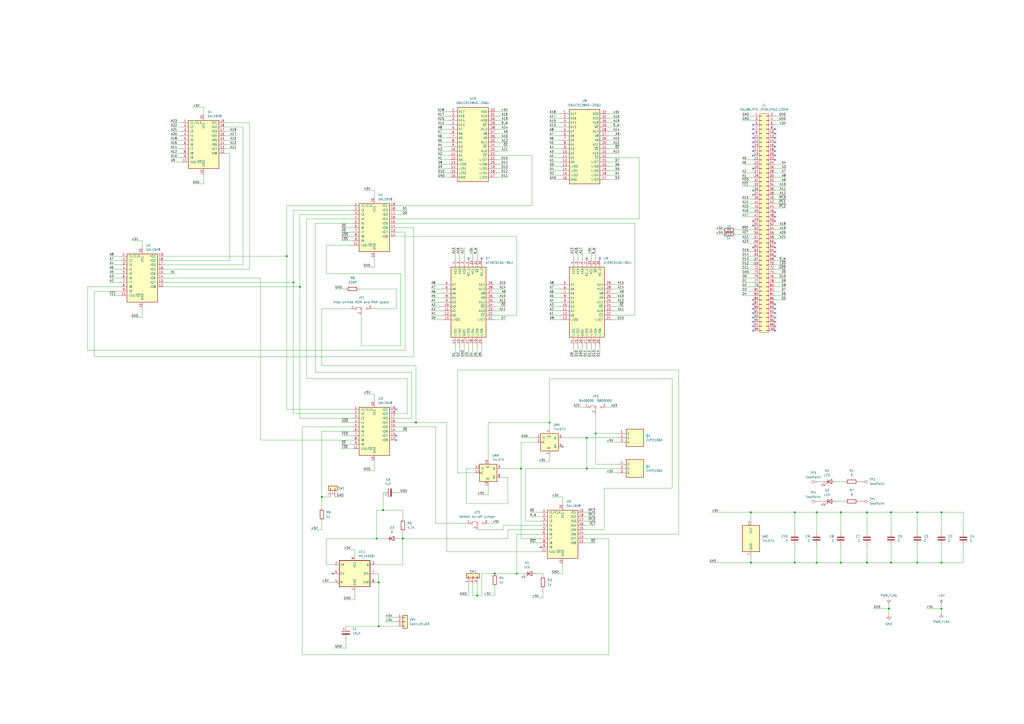
<source format=kicad_sch>
(kicad_sch (version 20250114) (generator "eeschema") (generator_version "9.0")
  (paper "A2")
  (title_block (title "Action Replay III remake") (date "2024-07-11") (comment 1 "By na103"))
  (lib_symbols
    (symbol "74xx:74LS74" (pin_names (offset 1.016))
      (property "Reference" "U" (at -7.62 8.89 0))
      (property "Value" "74LS74" (at -7.62 -8.89 0))
      (symbol "74LS74_1_0"
        (pin input line (at -7.62 2.54 0) (length 2.54) (name "D") (number "2"))
        (pin input clock (at -7.62 0 0) (length 2.54) (name "C") (number "3"))
        (pin input line (at 0 7.62 270) (length 2.54) (name "~{S}") (number "4"))
        (pin input line (at 0 -7.62 90) (length 2.54) (name "~{R}") (number "1"))
        (pin output line (at 7.62 2.54 180) (length 2.54) (name "Q") (number "5"))
        (pin output line (at 7.62 -2.54 180) (length 2.54) (name "~{Q}") (number "6"))
      )
      (symbol "74LS74_2_0"
        (pin input line (at -7.62 2.54 0) (length 2.54) (name "D") (number "12"))
        (pin input clock (at -7.62 0 0) (length 2.54) (name "C") (number "11"))
        (pin input line (at 0 7.62 270) (length 2.54) (name "~{S}") (number "10"))
        (pin input line (at 0 -7.62 90) (length 2.54) (name "~{R}") (number "13"))
        (pin output line (at 7.62 2.54 180) (length 2.54) (name "Q") (number "9"))
        (pin output line (at 7.62 -2.54 180) (length 2.54) (name "~{Q}") (number "8"))
      )
      (symbol "74LS74_3_0"
        (pin power_in line (at 0 10.16 270) (length 2.54) (name "VCC") (number "14"))
        (pin power_in line (at 0 -10.16 90) (length 2.54) (name "GND") (number "7"))
      )
    )
    (symbol "Connector:TestPoint" (pin_numbers (hide yes)) (pin_names (offset 0.762) (hide yes))
      (property "Reference" "TP" (at 0 6.858 0))
      (property "Value" "TestPoint" (at 0 5.08 0))
      (symbol "TestPoint_1_1"
        (pin passive line (at 0 0 90) (length 2.54) (name "1") (number "1"))
      )
    )
    (symbol "Connector_Generic:Conn_01x02" (pin_names (offset 1.016) (hide yes))
      (property "Reference" "J" (at 0 2.54 0))
      (property "Value" "Conn_01x02" (at 0 -5.08 0))
      (symbol "Conn_01x02_1_1"
        (pin passive line (at -5.08 0 0) (length 3.81) (name "Pin_1") (number "1"))
        (pin passive line (at -5.08 -2.54 0) (length 3.81) (name "Pin_2") (number "2"))
      )
    )
    (symbol "Connector_Generic:Conn_01x03" (pin_names (offset 1.016) (hide yes))
      (property "Reference" "J" (at 0 5.08 0))
      (property "Value" "Conn_01x03" (at 0 -5.08 0))
      (symbol "Conn_01x03_1_1"
        (pin passive line (at -5.08 2.54 0) (length 3.81) (name "Pin_1") (number "1"))
        (pin passive line (at -5.08 0 0) (length 3.81) (name "Pin_2") (number "2"))
        (pin passive line (at -5.08 -2.54 0) (length 3.81) (name "Pin_3") (number "3"))
      )
    )
    (symbol "Device:C" (pin_numbers (hide yes)) (pin_names (offset 0.254))
      (property "Reference" "C" (at 0.635 2.54 0))
      (property "Value" "C" (at 0.635 -2.54 0))
      (symbol "C_1_1"
        (pin passive line (at 0 3.81 270) (length 2.794) (name "~") (number "1"))
        (pin passive line (at 0 -3.81 90) (length 2.794) (name "~") (number "2"))
      )
    )
    (symbol "Device:C_Polarized" (pin_numbers (hide yes)) (pin_names (offset 0.254))
      (property "Reference" "C" (at 0.635 2.54 0))
      (property "Value" "C_Polarized" (at 0.635 -2.54 0))
      (symbol "C_Polarized_1_1"
        (pin passive line (at 0 3.81 270) (length 2.794) (name "~") (number "1"))
        (pin passive line (at 0 -3.81 90) (length 2.794) (name "~") (number "2"))
      )
    )
    (symbol "Device:D" (pin_numbers (hide yes)) (pin_names (offset 1.016) (hide yes))
      (property "Reference" "D" (at 0 2.54 0))
      (property "Value" "D" (at 0 -2.54 0))
      (symbol "D_1_1"
        (pin passive line (at -3.81 0 0) (length 2.54) (name "K") (number "1"))
        (pin passive line (at 3.81 0 180) (length 2.54) (name "A") (number "2"))
      )
    )
    (symbol "Device:LED" (pin_numbers (hide yes)) (pin_names (offset 1.016) (hide yes))
      (property "Reference" "D" (at 0 2.54 0))
      (property "Value" "LED" (at 0 -2.54 0))
      (symbol "LED_1_1"
        (pin passive line (at -3.81 0 0) (length 2.54) (name "K") (number "1"))
        (pin passive line (at 3.81 0 180) (length 2.54) (name "A") (number "2"))
      )
    )
    (symbol "Device:R" (pin_numbers (hide yes)) (pin_names (offset 0))
      (property "Reference" "R" (at 2.032 0 90))
      (property "Value" "R" (at 0 0 90))
      (symbol "R_1_1"
        (pin passive line (at 0 3.81 270) (length 1.27) (name "~") (number "1"))
        (pin passive line (at 0 -3.81 90) (length 1.27) (name "~") (number "2"))
      )
    )
    (symbol "EDAC_395_Series_Connector:ISA_100_PIN _PCB_EDGE_CONN" (pin_names (offset 1.016) (hide yes))
      (property "Reference" "J" (at 1.27 50.8 0))
      (property "Value" "ISA_86_PIN _PCB_EDGE_CONN" (at 1.27 -78.74 0))
      (symbol "ISA_100_PIN _PCB_EDGE_CONN_1_1"
        (pin passive line (at -5.08 48.26 0) (length 3.81) (name "Pin_1") (number "1"))
        (pin passive line (at -5.08 45.72 0) (length 3.81) (name "Pin_3") (number "3"))
        (pin passive line (at -5.08 43.18 0) (length 3.81) (name "Pin_5") (number "5"))
        (pin passive line (at -5.08 40.64 0) (length 3.81) (name "Pin_7") (number "7"))
        (pin passive line (at -5.08 38.1 0) (length 3.81) (name "Pin_9") (number "9"))
        (pin passive line (at -5.08 35.56 0) (length 3.81) (name "Pin_11") (number "11"))
        (pin passive line (at -5.08 33.02 0) (length 3.81) (name "Pin_13") (number "13"))
        (pin passive line (at -5.08 30.48 0) (length 3.81) (name "Pin_15") (number "15"))
        (pin passive line (at -5.08 27.94 0) (length 3.81) (name "Pin_17") (number "17"))
        (pin passive line (at -5.08 25.4 0) (length 3.81) (name "Pin_19") (number "19"))
        (pin passive line (at -5.08 22.86 0) (length 3.81) (name "Pin_21") (number "21"))
        (pin passive line (at -5.08 20.32 0) (length 3.81) (name "Pin_23") (number "23"))
        (pin passive line (at -5.08 17.78 0) (length 3.81) (name "Pin_25") (number "25"))
        (pin passive line (at -5.08 15.24 0) (length 3.81) (name "Pin_27") (number "27"))
        (pin passive line (at -5.08 12.7 0) (length 3.81) (name "Pin_29") (number "29"))
        (pin passive line (at -5.08 10.16 0) (length 3.81) (name "Pin_31") (number "31"))
        (pin passive line (at -5.08 7.62 0) (length 3.81) (name "Pin_33") (number "33"))
        (pin passive line (at -5.08 5.08 0) (length 3.81) (name "Pin_35") (number "35"))
        (pin passive line (at -5.08 2.54 0) (length 3.81) (name "Pin_37") (number "37"))
        (pin passive line (at -5.08 0 0) (length 3.81) (name "Pin_39") (number "39"))
        (pin passive line (at -5.08 -2.54 0) (length 3.81) (name "Pin_41") (number "41"))
        (pin passive line (at -5.08 -5.08 0) (length 3.81) (name "Pin_43") (number "43"))
        (pin passive line (at -5.08 -7.62 0) (length 3.81) (name "Pin_45") (number "45"))
        (pin passive line (at -5.08 -10.16 0) (length 3.81) (name "Pin_47") (number "47"))
        (pin passive line (at -5.08 -12.7 0) (length 3.81) (name "Pin_49") (number "49"))
        (pin passive line (at -5.08 -15.24 0) (length 3.81) (name "Pin_51") (number "51"))
        (pin passive line (at -5.08 -17.78 0) (length 3.81) (name "Pin_53") (number "53"))
        (pin passive line (at -5.08 -20.32 0) (length 3.81) (name "Pin_55") (number "55"))
        (pin passive line (at -5.08 -22.86 0) (length 3.81) (name "Pin_57") (number "57"))
        (pin passive line (at -5.08 -25.4 0) (length 3.81) (name "Pin_59") (number "59"))
        (pin passive line (at -5.08 -27.94 0) (length 3.81) (name "Pin_61") (number "61"))
        (pin passive line (at -5.08 -30.48 0) (length 3.81) (name "Pin_63") (number "63"))
        (pin passive line (at -5.08 -33.02 0) (length 3.81) (name "Pin_65") (number "65"))
        (pin passive line (at -5.08 -35.56 0) (length 3.81) (name "Pin_67") (number "67"))
        (pin passive line (at -5.08 -38.1 0) (length 3.81) (name "Pin_69") (number "69"))
        (pin passive line (at -5.08 -40.64 0) (length 3.81) (name "Pin_41") (number "71"))
        (pin passive line (at -5.08 -43.18 0) (length 3.81) (name "Pin_43") (number "73"))
        (pin passive line (at -5.08 -45.72 0) (length 3.81) (name "Pin_45") (number "75"))
        (pin passive line (at -5.08 -48.26 0) (length 3.81) (name "Pin_47") (number "77"))
        (pin passive line (at -5.08 -50.8 0) (length 3.81) (name "Pin_49") (number "79"))
        (pin passive line (at -5.08 -53.34 0) (length 3.81) (name "Pin_51") (number "81"))
        (pin passive line (at -5.08 -55.88 0) (length 3.81) (name "Pin_53") (number "83"))
        (pin passive line (at -5.08 -58.42 0) (length 3.81) (name "Pin_55") (number "85"))
        (pin passive line (at -5.08 -60.96 0) (length 3.81) (name "Pin_57") (number "87"))
        (pin passive line (at -5.08 -63.5 0) (length 3.81) (name "Pin_59") (number "89"))
        (pin passive line (at -5.08 -66.04 0) (length 3.81) (name "Pin_61") (number "91"))
        (pin passive line (at -5.08 -68.58 0) (length 3.81) (name "Pin_63") (number "93"))
        (pin passive line (at -5.08 -71.12 0) (length 3.81) (name "Pin_65") (number "95"))
        (pin passive line (at -5.08 -73.66 0) (length 3.81) (name "Pin_67") (number "97"))
        (pin passive line (at -5.08 -76.2 0) (length 3.81) (name "Pin_69") (number "99"))
        (pin passive line (at 7.62 48.26 180) (length 3.81) (name "Pin_2") (number "2"))
        (pin passive line (at 7.62 45.72 180) (length 3.81) (name "Pin_4") (number "4"))
        (pin passive line (at 7.62 43.18 180) (length 3.81) (name "Pin_6") (number "6"))
        (pin passive line (at 7.62 40.64 180) (length 3.81) (name "Pin_8") (number "8"))
        (pin passive line (at 7.62 38.1 180) (length 3.81) (name "Pin_10") (number "10"))
        (pin passive line (at 7.62 35.56 180) (length 3.81) (name "Pin_12") (number "12"))
        (pin passive line (at 7.62 33.02 180) (length 3.81) (name "Pin_14") (number "14"))
        (pin passive line (at 7.62 30.48 180) (length 3.81) (name "Pin_16") (number "16"))
        (pin passive line (at 7.62 27.94 180) (length 3.81) (name "Pin_18") (number "18"))
        (pin passive line (at 7.62 25.4 180) (length 3.81) (name "Pin_20") (number "20"))
        (pin passive line (at 7.62 22.86 180) (length 3.81) (name "Pin_22") (number "22"))
        (pin passive line (at 7.62 20.32 180) (length 3.81) (name "Pin_24") (number "24"))
        (pin passive line (at 7.62 17.78 180) (length 3.81) (name "Pin_26") (number "26"))
        (pin passive line (at 7.62 15.24 180) (length 3.81) (name "Pin_28") (number "28"))
        (pin passive line (at 7.62 12.7 180) (length 3.81) (name "Pin_30") (number "30"))
        (pin passive line (at 7.62 10.16 180) (length 3.81) (name "Pin_32") (number "32"))
        (pin passive line (at 7.62 7.62 180) (length 3.81) (name "Pin_34") (number "34"))
        (pin passive line (at 7.62 5.08 180) (length 3.81) (name "Pin_36") (number "36"))
        (pin passive line (at 7.62 2.54 180) (length 3.81) (name "Pin_38") (number "38"))
        (pin passive line (at 7.62 0 180) (length 3.81) (name "Pin_40") (number "40"))
        (pin passive line (at 7.62 -2.54 180) (length 3.81) (name "Pin_42") (number "42"))
        (pin passive line (at 7.62 -5.08 180) (length 3.81) (name "Pin_44") (number "44"))
        (pin passive line (at 7.62 -7.62 180) (length 3.81) (name "Pin_46") (number "46"))
        (pin passive line (at 7.62 -10.16 180) (length 3.81) (name "Pin_48") (number "48"))
        (pin passive line (at 7.62 -12.7 180) (length 3.81) (name "Pin_50") (number "50"))
        (pin passive line (at 7.62 -15.24 180) (length 3.81) (name "Pin_52") (number "52"))
        (pin passive line (at 7.62 -17.78 180) (length 3.81) (name "Pin_54") (number "54"))
        (pin passive line (at 7.62 -20.32 180) (length 3.81) (name "Pin_56") (number "56"))
        (pin passive line (at 7.62 -22.86 180) (length 3.81) (name "Pin_58") (number "58"))
        (pin passive line (at 7.62 -25.4 180) (length 3.81) (name "Pin_60") (number "60"))
        (pin passive line (at 7.62 -27.94 180) (length 3.81) (name "Pin_62") (number "62"))
        (pin passive line (at 7.62 -30.48 180) (length 3.81) (name "Pin_64") (number "64"))
        (pin passive line (at 7.62 -33.02 180) (length 3.81) (name "Pin_66") (number "66"))
        (pin passive line (at 7.62 -35.56 180) (length 3.81) (name "Pin_68") (number "68"))
        (pin passive line (at 7.62 -38.1 180) (length 3.81) (name "Pin_70") (number "70"))
        (pin passive line (at 7.62 -40.64 180) (length 3.81) (name "Pin_42") (number "72"))
        (pin passive line (at 7.62 -43.18 180) (length 3.81) (name "Pin_44") (number "74"))
        (pin passive line (at 7.62 -45.72 180) (length 3.81) (name "Pin_46") (number "76"))
        (pin passive line (at 7.62 -48.26 180) (length 3.81) (name "Pin_48") (number "78"))
        (pin passive line (at 7.62 -50.8 180) (length 3.81) (name "Pin_50") (number "80"))
        (pin passive line (at 7.62 -53.34 180) (length 3.81) (name "Pin_52") (number "82"))
        (pin passive line (at 7.62 -55.88 180) (length 3.81) (name "Pin_54") (number "84"))
        (pin passive line (at 7.62 -58.42 180) (length 3.81) (name "Pin_56") (number "86"))
        (pin passive line (at 7.62 -60.96 180) (length 3.81) (name "Pin_58") (number "88"))
        (pin passive line (at 7.62 -63.5 180) (length 3.81) (name "Pin_60") (number "90"))
        (pin passive line (at 7.62 -66.04 180) (length 3.81) (name "Pin_62") (number "92"))
        (pin passive line (at 7.62 -68.58 180) (length 3.81) (name "Pin_64") (number "94"))
        (pin passive line (at 7.62 -71.12 180) (length 3.81) (name "Pin_66") (number "96"))
        (pin passive line (at 7.62 -73.66 180) (length 3.81) (name "Pin_68") (number "98"))
        (pin passive line (at 7.62 -76.2 180) (length 3.81) (name "Pin_70") (number "100"))
      )
    )
    (symbol "Jumper:Jumper_3_Bridged12" (pin_names (offset 0) (hide yes)) (exclude_from_sim yes) (in_bom no)
      (property "Reference" "JP" (at -2.54 -2.54 0))
      (property "Value" "Jumper_3_Bridged12" (at 0 2.794 0))
      (symbol "Jumper_3_Bridged12_1_1"
        (pin passive line (at -6.35 0 0) (length 2.54) (name "A") (number "1"))
        (pin passive line (at 0 -3.81 90) (length 2.54) (name "C") (number "2"))
        (pin passive line (at 6.35 0 180) (length 2.54) (name "B") (number "3"))
      )
    )
    (symbol "Logic_Programmable:GAL16V8" (pin_names (offset 1.016))
      (property "Reference" "U" (at -8.89 16.51 0))
      (property "Value" "GAL16V8" (at 1.27 16.51 0))
      (symbol "GAL16V8_0_0"
        (pin power_in line (at 0 17.78 270) (length 3.81) (name "VCC") (number "20"))
        (pin power_in line (at 0 -17.78 90) (length 3.81) (name "GND") (number "10"))
      )
      (symbol "GAL16V8_1_1"
        (pin input line (at -12.7 12.7 0) (length 3.81) (name "I1/CLK") (number "1"))
        (pin input line (at -12.7 10.16 0) (length 3.81) (name "I2") (number "2"))
        (pin input line (at -12.7 7.62 0) (length 3.81) (name "I3") (number "3"))
        (pin input line (at -12.7 5.08 0) (length 3.81) (name "I4") (number "4"))
        (pin input line (at -12.7 2.54 0) (length 3.81) (name "I5") (number "5"))
        (pin input line (at -12.7 0 0) (length 3.81) (name "I6") (number "6"))
        (pin input line (at -12.7 -2.54 0) (length 3.81) (name "I7") (number "7"))
        (pin input line (at -12.7 -5.08 0) (length 3.81) (name "I8") (number "8"))
        (pin input line (at -12.7 -7.62 0) (length 3.81) (name "I9") (number "9"))
        (pin input line (at -12.7 -10.16 0) (length 3.81) (name "I10/~{OE}") (number "11"))
        (pin tri_state line (at 12.7 12.7 180) (length 3.81) (name "IO1") (number "19"))
        (pin tri_state line (at 12.7 10.16 180) (length 3.81) (name "IO2") (number "18"))
        (pin tri_state line (at 12.7 7.62 180) (length 3.81) (name "I03") (number "17"))
        (pin tri_state line (at 12.7 5.08 180) (length 3.81) (name "IO4") (number "16"))
        (pin tri_state line (at 12.7 2.54 180) (length 3.81) (name "IO5") (number "15"))
        (pin tri_state line (at 12.7 0 180) (length 3.81) (name "IO6") (number "14"))
        (pin tri_state line (at 12.7 -2.54 180) (length 3.81) (name "IO7") (number "13"))
        (pin tri_state line (at 12.7 -5.08 180) (length 3.81) (name "IO8") (number "12"))
      )
    )
    (symbol "SamacSys_Parts:AT29C010A-90JI"
      (property "Reference" "IC" (at 26.67 15.24 0))
      (property "Value" "AT29C010A-90JI" (at 26.67 12.7 0))
      (symbol "AT29C010A-90JI_1_1"
        (pin passive line (at 0 0 0) (length 5.08) (name "A7") (number "5"))
        (pin passive line (at 0 -2.54 0) (length 5.08) (name "A6") (number "6"))
        (pin passive line (at 0 -5.08 0) (length 5.08) (name "A5") (number "7"))
        (pin passive line (at 0 -7.62 0) (length 5.08) (name "A4") (number "8"))
        (pin passive line (at 0 -10.16 0) (length 5.08) (name "A3") (number "9"))
        (pin passive line (at 0 -12.7 0) (length 5.08) (name "A2") (number "10"))
        (pin passive line (at 0 -15.24 0) (length 5.08) (name "A1") (number "11"))
        (pin passive line (at 0 -17.78 0) (length 5.08) (name "A0") (number "12"))
        (pin passive line (at 0 -20.32 0) (length 5.08) (name "I/O0") (number "13"))
        (pin passive line (at 7.62 15.24 270) (length 5.08) (name "A12") (number "4"))
        (pin passive line (at 7.62 -35.56 90) (length 5.08) (name "I/O1") (number "14"))
        (pin passive line (at 10.16 15.24 270) (length 5.08) (name "A15") (number "3"))
        (pin passive line (at 10.16 -35.56 90) (length 5.08) (name "I/O2") (number "15"))
        (pin passive line (at 12.7 15.24 270) (length 5.08) (name "A16") (number "2"))
        (pin passive line (at 12.7 -35.56 90) (length 5.08) (name "GND") (number "16"))
        (pin passive line (at 15.24 15.24 270) (length 5.08) (name "NC_1") (number "1"))
        (pin passive line (at 15.24 -35.56 90) (length 5.08) (name "I/O3") (number "17"))
        (pin passive line (at 17.78 15.24 270) (length 5.08) (name "VCC") (number "32"))
        (pin passive line (at 17.78 -35.56 90) (length 5.08) (name "I/O4") (number "18"))
        (pin passive line (at 20.32 15.24 270) (length 5.08) (name "~{WE}") (number "31"))
        (pin passive line (at 20.32 -35.56 90) (length 5.08) (name "I/O5") (number "19"))
        (pin passive line (at 22.86 15.24 270) (length 5.08) (name "NC_2") (number "30"))
        (pin passive line (at 22.86 -35.56 90) (length 5.08) (name "I/O6") (number "20"))
        (pin passive line (at 30.48 0 180) (length 5.08) (name "A14") (number "29"))
        (pin passive line (at 30.48 -2.54 180) (length 5.08) (name "A13") (number "28"))
        (pin passive line (at 30.48 -5.08 180) (length 5.08) (name "A8") (number "27"))
        (pin passive line (at 30.48 -7.62 180) (length 5.08) (name "A9") (number "26"))
        (pin passive line (at 30.48 -10.16 180) (length 5.08) (name "A11") (number "25"))
        (pin passive line (at 30.48 -12.7 180) (length 5.08) (name "~{OE}") (number "24"))
        (pin passive line (at 30.48 -15.24 180) (length 5.08) (name "A10") (number "23"))
        (pin passive line (at 30.48 -17.78 180) (length 5.08) (name "~{CE}") (number "22"))
        (pin passive line (at 30.48 -20.32 180) (length 5.08) (name "I/O7") (number "21"))
      )
    )
    (symbol "SamacSys_Parts:IS61C5128AS-25QLI"
      (property "Reference" "IC" (at 24.13 7.62 0))
      (property "Value" "IS61C5128AS-25QLI" (at 24.13 5.08 0))
      (symbol "IS61C5128AS-25QLI_1_1"
        (pin passive line (at 0 0 0) (length 5.08) (name "A17") (number "1"))
        (pin passive line (at 0 -2.54 0) (length 5.08) (name "A16") (number "2"))
        (pin passive line (at 0 -5.08 0) (length 5.08) (name "A14") (number "3"))
        (pin passive line (at 0 -7.62 0) (length 5.08) (name "A12") (number "4"))
        (pin passive line (at 0 -10.16 0) (length 5.08) (name "A7") (number "5"))
        (pin passive line (at 0 -12.7 0) (length 5.08) (name "A6") (number "6"))
        (pin passive line (at 0 -15.24 0) (length 5.08) (name "A5") (number "7"))
        (pin passive line (at 0 -17.78 0) (length 5.08) (name "A4") (number "8"))
        (pin passive line (at 0 -20.32 0) (length 5.08) (name "A3") (number "9"))
        (pin passive line (at 0 -22.86 0) (length 5.08) (name "A2") (number "10"))
        (pin passive line (at 0 -25.4 0) (length 5.08) (name "A1") (number "11"))
        (pin passive line (at 0 -27.94 0) (length 5.08) (name "A0") (number "12"))
        (pin passive line (at 0 -30.48 0) (length 5.08) (name "I/O0") (number "13"))
        (pin passive line (at 0 -33.02 0) (length 5.08) (name "I/O1") (number "14"))
        (pin passive line (at 0 -35.56 0) (length 5.08) (name "I/O2") (number "15"))
        (pin passive line (at 0 -38.1 0) (length 5.08) (name "GND") (number "16"))
        (pin passive line (at 27.94 0 180) (length 5.08) (name "VDD") (number "32"))
        (pin passive line (at 27.94 -2.54 180) (length 5.08) (name "A15") (number "31"))
        (pin passive line (at 27.94 -5.08 180) (length 5.08) (name "A18") (number "30"))
        (pin passive line (at 27.94 -7.62 180) (length 5.08) (name "~{WE}") (number "29"))
        (pin passive line (at 27.94 -10.16 180) (length 5.08) (name "A13") (number "28"))
        (pin passive line (at 27.94 -12.7 180) (length 5.08) (name "A8") (number "27"))
        (pin passive line (at 27.94 -15.24 180) (length 5.08) (name "A9") (number "26"))
        (pin passive line (at 27.94 -17.78 180) (length 5.08) (name "A11") (number "25"))
        (pin passive line (at 27.94 -20.32 180) (length 5.08) (name "~{OE}") (number "24"))
        (pin passive line (at 27.94 -22.86 180) (length 5.08) (name "A10") (number "23"))
        (pin passive line (at 27.94 -25.4 180) (length 5.08) (name "~{CE}") (number "22"))
        (pin passive line (at 27.94 -27.94 180) (length 5.08) (name "I/O7") (number "21"))
        (pin passive line (at 27.94 -30.48 180) (length 5.08) (name "I/O6") (number "20"))
        (pin passive line (at 27.94 -33.02 180) (length 5.08) (name "I/O5") (number "19"))
        (pin passive line (at 27.94 -35.56 180) (length 5.08) (name "I/O4") (number "18"))
        (pin passive line (at 27.94 -38.1 180) (length 5.08) (name "I/O3") (number "17"))
      )
    )
    (symbol "Timer:MC1455B"
      (property "Reference" "U" (at -10.16 8.89 0))
      (property "Value" "MC1455B" (at 2.54 8.89 0))
      (symbol "MC1455B_0_0"
        (pin power_in line (at 0 10.16 270) (length 2.54) (name "VCC") (number "8"))
        (pin power_in line (at 0 -10.16 90) (length 2.54) (name "GND") (number "1"))
      )
      (symbol "MC1455B_1_1"
        (pin input line (at -12.7 5.08 0) (length 3.81) (name "TR") (number "2"))
        (pin input line (at -12.7 0 0) (length 3.81) (name "CV") (number "5"))
        (pin input inverted (at -12.7 -5.08 0) (length 3.81) (name "R") (number "4"))
        (pin output line (at 12.7 5.08 180) (length 3.81) (name "Q") (number "3"))
        (pin input line (at 12.7 0 180) (length 3.81) (name "DIS") (number "7"))
        (pin input line (at 12.7 -5.08 180) (length 3.81) (name "THR") (number "6"))
      )
    )
    (symbol "ZVP2106A:ZVP2106A"
      (property "Reference" "Q" (at 16.51 7.62 0))
      (property "Value" "ZVP2106A" (at 16.51 5.08 0))
      (symbol "ZVP2106A_1_1"
        (pin passive line (at 0 0 0) (length 5.08) (name "D") (number "1"))
        (pin passive line (at 0 -2.54 0) (length 5.08) (name "G") (number "2"))
        (pin passive line (at 0 -5.08 0) (length 5.08) (name "S") (number "3"))
      )
    )
    (symbol "power:+5V" (power) (pin_numbers (hide yes)) (pin_names (offset 0) (hide yes))
      (property "Value" "+5V" (at 0 3.556 0))
      (symbol "+5V_1_1"
        (pin power_in line (at 0 0 90) (length 0) (name "~") (number "1"))
      )
    )
    (symbol "power:GND" (power) (pin_numbers (hide yes)) (pin_names (offset 0) (hide yes))
      (property "Value" "GND" (at 0 -3.81 0))
      (symbol "GND_1_1"
        (pin power_in line (at 0 0 270) (length 0) (name "~") (number "1"))
      )
    )
    (symbol "power:PWR_FLAG" (power) (pin_numbers (hide yes)) (pin_names (offset 0) (hide yes))
      (property "Value" "PWR_FLAG" (at 0 3.81 0))
      (symbol "PWR_FLAG_0_0"
        (pin power_out line (at 0 0 90) (length 0) (name "~") (number "1"))
      )
    )
  )
  (junction (at 461.01 326.39))
  (junction (at 515.62 353.06))
  (junction (at 487.68 326.39))
  (junction (at 532.13 326.39))
  (junction (at 299.72 332.74))
  (junction (at 218.44 312.42))
  (junction (at 345.44 251.46))
  (junction (at 222.25 295.91))
  (junction (at 473.71 297.18))
  (junction (at 186.69 288.29))
  (junction (at 233.68 312.42))
  (junction (at 318.77 245.11))
  (junction (at 302.26 271.78))
  (junction (at 435.61 297.18))
  (junction (at 241.3 245.11))
  (junction (at 546.1 326.39))
  (junction (at 170.18 163.83))
  (junction (at 219.71 363.22))
  (junction (at 546.1 353.06))
  (junction (at 502.92 297.18))
  (junction (at 287.02 332.74))
  (junction (at 516.89 326.39))
  (junction (at 516.89 297.18))
  (junction (at 502.92 326.39))
  (junction (at 276.86 345.44))
  (junction (at 173.99 166.37))
  (junction (at 546.1 297.18))
  (junction (at 487.68 297.18))
  (junction (at 473.71 326.39))
  (junction (at 435.61 326.39))
  (junction (at 461.01 297.18))
  (junction (at 219.71 337.82))
  (junction (at 532.13 297.18))
  (junction (at 340.36 254))
  (junction (at 340.36 271.78))
  (junction (at 166.37 148.59))
  (no_connect (at 449.58 191.77))
  (no_connect (at 436.88 74.93))
  (no_connect (at 436.88 97.79))
  (no_connect (at 449.58 146.05))
  (no_connect (at 449.58 181.61))
  (no_connect (at 229.87 252.73))
  (no_connect (at 436.88 189.23))
  (no_connect (at 436.88 143.51))
  (no_connect (at 449.58 176.53))
  (no_connect (at 449.58 140.97))
  (no_connect (at 449.58 125.73))
  (no_connect (at 229.87 237.49))
  (no_connect (at 449.58 85.09))
  (no_connect (at 449.58 148.59))
  (no_connect (at 313.69 317.5))
  (no_connect (at 436.88 72.39))
  (no_connect (at 436.88 179.07))
  (no_connect (at 436.88 113.03))
  (no_connect (at 436.88 110.49))
  (no_connect (at 449.58 80.01))
  (no_connect (at 279.4 149.86))
  (no_connect (at 436.88 82.55))
  (no_connect (at 436.88 90.17))
  (no_connect (at 436.88 87.63))
  (no_connect (at 449.58 74.93))
  (no_connect (at 193.04 332.74))
  (no_connect (at 436.88 176.53))
  (no_connect (at 271.78 149.86))
  (no_connect (at 449.58 184.15))
  (no_connect (at 449.58 92.71))
  (no_connect (at 326.39 259.08))
  (no_connect (at 347.98 149.86))
  (no_connect (at 449.58 77.47))
  (no_connect (at 229.87 255.27))
  (no_connect (at 436.88 85.09))
  (no_connect (at 449.58 179.07))
  (no_connect (at 436.88 181.61))
  (no_connect (at 449.58 90.17))
  (no_connect (at 436.88 77.47))
  (no_connect (at 449.58 82.55))
  (no_connect (at 436.88 184.15))
  (no_connect (at 436.88 128.27))
  (no_connect (at 436.88 173.99))
  (no_connect (at 436.88 191.77))
  (no_connect (at 449.58 87.63))
  (no_connect (at 436.88 186.69))
  (no_connect (at 436.88 80.01))
  (no_connect (at 449.58 128.27))
  (no_connect (at 436.88 130.81))
  (no_connect (at 449.58 143.51))
  (no_connect (at 449.58 123.19))
  (no_connect (at 449.58 189.23))
  (no_connect (at 449.58 186.69))
  (no_connect (at 340.36 149.86))
  (wire (pts (xy 308.61 90.17) (xy 288.29 90.17)))
  (wire (pts (xy 198.12 257.81) (xy 204.47 257.81)))
  (wire (pts (xy 229.87 179.07) (xy 215.9 179.07)))
  (wire (pts (xy 430.53 120.65) (xy 436.88 120.65)))
  (wire (pts (xy 198.12 134.62) (xy 204.47 134.62)))
  (wire (pts (xy 133.35 151.13) (xy 133.35 88.9)))
  (wire (pts (xy 218.44 312.42) (xy 223.52 312.42)))
  (wire (pts (xy 546.1 316.23) (xy 546.1 326.39)))
  (wire (pts (xy 271.78 339.09) (xy 271.78 345.44)))
  (wire (pts (xy 95.25 153.67) (xy 140.97 153.67)))
  (wire (pts (xy 455.93 130.81) (xy 449.58 130.81)))
  (wire (pts (xy 318.77 81.28) (xy 325.12 81.28)))
  (wire (pts (xy 250.19 182.88) (xy 256.54 182.88)))
  (wire (pts (xy 350.52 307.34) (xy 350.52 283.21)))
  (wire (pts (xy 326.39 288.29) (xy 326.39 292.1)))
  (wire (pts (xy 449.58 173.99) (xy 455.93 173.99)))
  (wire (pts (xy 254 64.77) (xy 260.35 64.77)))
  (wire (pts (xy 430.53 146.05) (xy 436.88 146.05)))
  (wire (pts (xy 99.06 83.82) (xy 105.41 83.82)))
  (wire (pts (xy 430.53 69.85) (xy 436.88 69.85)))
  (wire (pts (xy 294.64 307.34) (xy 294.64 312.42)))
  (wire (pts (xy 294.64 92.71) (xy 288.29 92.71)))
  (wire (pts (xy 217.17 267.97) (xy 217.17 273.05)))
  (wire (pts (xy 435.61 326.39) (xy 461.01 326.39)))
  (wire (pts (xy 430.53 148.59) (xy 436.88 148.59)))
  (wire (pts (xy 345.44 314.96) (xy 339.09 314.96)))
  (wire (pts (xy 111.76 106.68) (xy 118.11 106.68)))
  (wire (pts (xy 293.37 170.18) (xy 287.02 170.18)))
  (wire (pts (xy 95.25 151.13) (xy 133.35 151.13)))
  (wire (pts (xy 532.13 297.18) (xy 532.13 308.61)))
  (wire (pts (xy 293.37 172.72) (xy 287.02 172.72)))
  (wire (pts (xy 265.43 274.32) (xy 275.59 274.32)))
  (wire (pts (xy 359.41 68.58) (xy 353.06 68.58)))
  (wire (pts (xy 487.68 326.39) (xy 487.68 316.23)))
  (wire (pts (xy 430.53 102.87) (xy 436.88 102.87)))
  (wire (pts (xy 276.86 143.51) (xy 276.86 149.86)))
  (wire (pts (xy 294.64 100.33) (xy 288.29 100.33)))
  (wire (pts (xy 461.01 326.39) (xy 473.71 326.39)))
  (wire (pts (xy 173.99 166.37) (xy 173.99 242.57)))
  (wire (pts (xy 318.77 182.88) (xy 325.12 182.88)))
  (wire (pts (xy 546.1 297.18) (xy 546.1 308.61)))
  (wire (pts (xy 318.77 245.11) (xy 318.77 248.92)))
  (wire (pts (xy 411.48 326.39) (xy 435.61 326.39)))
  (wire (pts (xy 266.7 207.01) (xy 266.7 200.66)))
  (wire (pts (xy 546.1 350.52) (xy 546.1 353.06)))
  (wire (pts (xy 198.12 137.16) (xy 204.47 137.16)))
  (wire (pts (xy 318.77 66.04) (xy 325.12 66.04)))
  (wire (pts (xy 236.22 250.19) (xy 229.87 250.19)))
  (wire (pts (xy 99.06 76.2) (xy 105.41 76.2)))
  (wire (pts (xy 232.41 158.75) (xy 232.41 200.66)))
  (wire (pts (xy 370.84 127) (xy 370.84 91.44)))
  (wire (pts (xy 350.52 283.21) (xy 389.89 283.21)))
  (wire (pts (xy 455.93 133.35) (xy 449.58 133.35)))
  (wire (pts (xy 254 95.25) (xy 260.35 95.25)))
  (wire (pts (xy 210.82 228.6) (xy 217.17 228.6)))
  (wire (pts (xy 101.6 158.75) (xy 95.25 158.75)))
  (wire (pts (xy 229.87 132.08) (xy 240.03 132.08)))
  (wire (pts (xy 293.37 165.1) (xy 287.02 165.1)))
  (wire (pts (xy 461.01 297.18) (xy 473.71 297.18)))
  (wire (pts (xy 254 74.93) (xy 260.35 74.93)))
  (wire (pts (xy 250.19 170.18) (xy 256.54 170.18)))
  (wire (pts (xy 250.19 177.8) (xy 256.54 177.8)))
  (wire (pts (xy 345.44 297.18) (xy 339.09 297.18)))
  (wire (pts (xy 502.92 297.18) (xy 502.92 308.61)))
  (wire (pts (xy 50.8 203.2) (xy 50.8 166.37)))
  (wire (pts (xy 95.25 161.29) (xy 151.13 161.29)))
  (wire (pts (xy 259.08 245.11) (xy 241.3 245.11)))
  (wire (pts (xy 205.74 318.77) (xy 205.74 322.58)))
  (wire (pts (xy 254 77.47) (xy 260.35 77.47)))
  (wire (pts (xy 254 67.31) (xy 260.35 67.31)))
  (wire (pts (xy 415.29 135.89) (xy 419.1 135.89)))
  (wire (pts (xy 313.69 312.42) (xy 302.26 312.42)))
  (wire (pts (xy 487.68 297.18) (xy 502.92 297.18)))
  (wire (pts (xy 210.82 154.94) (xy 217.17 154.94)))
  (wire (pts (xy 430.53 118.11) (xy 436.88 118.11)))
  (wire (pts (xy 63.5 161.29) (xy 69.85 161.29)))
  (wire (pts (xy 250.19 185.42) (xy 256.54 185.42)))
  (wire (pts (xy 430.53 153.67) (xy 436.88 153.67)))
  (wire (pts (xy 293.37 177.8) (xy 287.02 177.8)))
  (wire (pts (xy 194.31 288.29) (xy 199.39 288.29)))
  (wire (pts (xy 236.22 124.46) (xy 229.87 124.46)))
  (wire (pts (xy 254 69.85) (xy 260.35 69.85)))
  (wire (pts (xy 361.95 185.42) (xy 355.6 185.42)))
  (wire (pts (xy 449.58 166.37) (xy 455.93 166.37)))
  (wire (pts (xy 294.64 85.09) (xy 288.29 85.09)))
  (wire (pts (xy 499.11 290.83) (xy 497.84 290.83)))
  (wire (pts (xy 241.3 212.09) (xy 186.69 212.09)))
  (wire (pts (xy 137.16 83.82) (xy 130.81 83.82)))
  (wire (pts (xy 177.8 219.71) (xy 236.22 219.71)))
  (wire (pts (xy 186.69 212.09) (xy 186.69 179.07)))
  (wire (pts (xy 99.06 81.28) (xy 105.41 81.28)))
  (wire (pts (xy 435.61 297.18) (xy 435.61 302.26)))
  (wire (pts (xy 294.64 74.93) (xy 288.29 74.93)))
  (wire (pts (xy 294.64 77.47) (xy 288.29 77.47)))
  (wire (pts (xy 254 90.17) (xy 260.35 90.17)))
  (wire (pts (xy 308.61 119.38) (xy 308.61 90.17)))
  (wire (pts (xy 393.7 309.88) (xy 393.7 214.63)))
  (wire (pts (xy 353.06 379.73) (xy 175.26 379.73)))
  (wire (pts (xy 314.96 334.01) (xy 314.96 332.74)))
  (wire (pts (xy 217.17 110.49) (xy 217.17 114.3)))
  (wire (pts (xy 449.58 110.49) (xy 455.93 110.49)))
  (wire (pts (xy 314.96 332.74) (xy 311.15 332.74)))
  (wire (pts (xy 515.62 353.06) (xy 515.62 356.87)))
  (wire (pts (xy 302.26 256.54) (xy 311.15 256.54)))
  (wire (pts (xy 276.86 207.01) (xy 276.86 200.66)))
  (wire (pts (xy 516.89 326.39) (xy 516.89 316.23)))
  (wire (pts (xy 222.25 285.75) (xy 222.25 295.91)))
  (wire (pts (xy 95.25 166.37) (xy 173.99 166.37)))
  (wire (pts (xy 252.73 303.53) (xy 270.51 303.53)))
  (wire (pts (xy 279.4 207.01) (xy 279.4 200.66)))
  (wire (pts (xy 318.77 172.72) (xy 325.12 172.72)))
  (wire (pts (xy 236.22 285.75) (xy 229.87 285.75)))
  (wire (pts (xy 99.06 91.44) (xy 105.41 91.44)))
  (wire (pts (xy 430.53 138.43) (xy 436.88 138.43)))
  (wire (pts (xy 210.82 110.49) (xy 217.17 110.49)))
  (wire (pts (xy 430.53 171.45) (xy 436.88 171.45)))
  (wire (pts (xy 200.66 363.22) (xy 219.71 363.22)))
  (wire (pts (xy 546.1 353.06) (xy 546.1 355.6)))
  (wire (pts (xy 240.03 132.08) (xy 240.03 207.01)))
  (wire (pts (xy 449.58 115.57) (xy 455.93 115.57)))
  (wire (pts (xy 233.68 308.61) (xy 233.68 312.42)))
  (wire (pts (xy 358.14 236.22) (xy 351.79 236.22)))
  (wire (pts (xy 63.5 153.67) (xy 69.85 153.67)))
  (wire (pts (xy 389.89 219.71) (xy 318.77 219.71)))
  (wire (pts (xy 198.12 252.73) (xy 204.47 252.73)))
  (wire (pts (xy 276.86 307.34) (xy 292.1 307.34)))
  (wire (pts (xy 287.02 340.36) (xy 287.02 345.44)))
  (wire (pts (xy 359.41 88.9) (xy 353.06 88.9)))
  (wire (pts (xy 359.41 83.82) (xy 353.06 83.82)))
  (wire (pts (xy 318.77 185.42) (xy 325.12 185.42)))
  (wire (pts (xy 359.41 76.2) (xy 353.06 76.2)))
  (wire (pts (xy 189.23 142.24) (xy 189.23 158.75)))
  (wire (pts (xy 118.11 62.23) (xy 118.11 66.04)))
  (wire (pts (xy 218.44 327.66) (xy 233.68 327.66)))
  (wire (pts (xy 449.58 118.11) (xy 455.93 118.11)))
  (wire (pts (xy 210.82 273.05) (xy 217.17 273.05)))
  (wire (pts (xy 359.41 81.28) (xy 353.06 81.28)))
  (wire (pts (xy 361.95 175.26) (xy 355.6 175.26)))
  (wire (pts (xy 276.86 345.44) (xy 279.4 345.44)))
  (wire (pts (xy 361.95 177.8) (xy 355.6 177.8)))
  (wire (pts (xy 189.23 158.75) (xy 232.41 158.75)))
  (wire (pts (xy 302.26 312.42) (xy 302.26 271.78)))
  (wire (pts (xy 342.9 149.86) (xy 342.9 143.51)))
  (wire (pts (xy 449.58 171.45) (xy 455.93 171.45)))
  (wire (pts (xy 250.19 180.34) (xy 256.54 180.34)))
  (wire (pts (xy 430.53 95.25) (xy 436.88 95.25)))
  (wire (pts (xy 293.37 175.26) (xy 287.02 175.26)))
  (wire (pts (xy 182.88 215.9) (xy 238.76 215.9)))
  (wire (pts (xy 516.89 326.39) (xy 532.13 326.39)))
  (wire (pts (xy 238.76 242.57) (xy 229.87 242.57)))
  (wire (pts (xy 339.09 307.34) (xy 350.52 307.34)))
  (wire (pts (xy 219.71 363.22) (xy 229.87 363.22)))
  (wire (pts (xy 186.69 250.19) (xy 186.69 288.29)))
  (wire (pts (xy 250.19 175.26) (xy 256.54 175.26)))
  (wire (pts (xy 449.58 105.41) (xy 455.93 105.41)))
  (wire (pts (xy 95.25 156.21) (xy 144.78 156.21)))
  (wire (pts (xy 290.83 276.86) (xy 294.64 276.86)))
  (wire (pts (xy 270.51 271.78) (xy 275.59 271.78)))
  (wire (pts (xy 449.58 102.87) (xy 455.93 102.87)))
  (wire (pts (xy 318.77 167.64) (xy 325.12 167.64)))
  (wire (pts (xy 430.53 140.97) (xy 436.88 140.97)))
  (wire (pts (xy 218.44 312.42) (xy 189.23 312.42)))
  (wire (pts (xy 345.44 302.26) (xy 339.09 302.26)))
  (wire (pts (xy 54.61 168.91) (xy 69.85 168.91)))
  (wire (pts (xy 546.1 326.39) (xy 532.13 326.39)))
  (wire (pts (xy 318.77 165.1) (xy 325.12 165.1)))
  (wire (pts (xy 151.13 255.27) (xy 204.47 255.27)))
  (wire (pts (xy 177.8 127) (xy 177.8 219.71)))
  (wire (pts (xy 302.26 271.78) (xy 302.26 256.54)))
  (wire (pts (xy 82.55 179.07) (xy 82.55 184.15)))
  (wire (pts (xy 449.58 69.85) (xy 455.93 69.85)))
  (wire (pts (xy 499.11 279.4) (xy 497.84 279.4)))
  (wire (pts (xy 345.44 207.01) (xy 345.44 200.66)))
  (wire (pts (xy 368.3 182.88) (xy 355.6 182.88)))
  (wire (pts (xy 292.1 304.8) (xy 313.69 304.8)))
  (wire (pts (xy 307.34 299.72) (xy 313.69 299.72)))
  (wire (pts (xy 99.06 86.36) (xy 105.41 86.36)))
  (wire (pts (xy 63.5 148.59) (xy 69.85 148.59)))
  (wire (pts (xy 359.41 66.04) (xy 353.06 66.04)))
  (wire (pts (xy 449.58 100.33) (xy 455.93 100.33)))
  (wire (pts (xy 223.52 360.68) (xy 229.87 360.68)))
  (wire (pts (xy 205.74 342.9) (xy 205.74 347.98)))
  (wire (pts (xy 294.64 95.25) (xy 288.29 95.25)))
  (wire (pts (xy 204.47 121.92) (xy 170.18 121.92)))
  (wire (pts (xy 229.87 247.65) (xy 252.73 247.65)))
  (wire (pts (xy 449.58 120.65) (xy 455.93 120.65)))
  (wire (pts (xy 449.58 97.79) (xy 455.93 97.79)))
  (wire (pts (xy 217.17 149.86) (xy 217.17 154.94)))
  (wire (pts (xy 279.4 332.74) (xy 287.02 332.74)))
  (wire (pts (xy 449.58 163.83) (xy 455.93 163.83)))
  (wire (pts (xy 302.26 254) (xy 311.15 254)))
  (wire (pts (xy 455.93 72.39) (xy 449.58 72.39)))
  (wire (pts (xy 137.16 86.36) (xy 130.81 86.36)))
  (wire (pts (xy 208.28 167.64) (xy 229.87 167.64)))
  (wire (pts (xy 361.95 180.34) (xy 355.6 180.34)))
  (wire (pts (xy 218.44 337.82) (xy 219.71 337.82)))
  (wire (pts (xy 299.72 182.88) (xy 287.02 182.88)))
  (wire (pts (xy 76.2 139.7) (xy 82.55 139.7)))
  (wire (pts (xy 487.68 297.18) (xy 487.68 308.61)))
  (wire (pts (xy 361.95 172.72) (xy 355.6 172.72)))
  (wire (pts (xy 337.82 207.01) (xy 337.82 200.66)))
  (wire (pts (xy 313.69 307.34) (xy 294.64 307.34)))
  (wire (pts (xy 359.41 99.06) (xy 353.06 99.06)))
  (wire (pts (xy 359.41 96.52) (xy 353.06 96.52)))
  (wire (pts (xy 173.99 242.57) (xy 204.47 242.57)))
  (wire (pts (xy 546.1 297.18) (xy 558.8 297.18)))
  (wire (pts (xy 82.55 139.7) (xy 82.55 143.51)))
  (wire (pts (xy 170.18 163.83) (xy 170.18 240.03)))
  (wire (pts (xy 254 97.79) (xy 260.35 97.79)))
  (wire (pts (xy 345.44 269.24) (xy 358.14 269.24)))
  (wire (pts (xy 294.64 72.39) (xy 288.29 72.39)))
  (wire (pts (xy 151.13 161.29) (xy 151.13 255.27)))
  (wire (pts (xy 318.77 264.16) (xy 318.77 267.97)))
  (wire (pts (xy 274.32 339.09) (xy 274.32 345.44)))
  (wire (pts (xy 137.16 76.2) (xy 130.81 76.2)))
  (wire (pts (xy 270.51 292.1) (xy 270.51 271.78)))
  (wire (pts (xy 474.98 290.83) (xy 477.52 290.83)))
  (wire (pts (xy 294.64 292.1) (xy 270.51 292.1)))
  (wire (pts (xy 473.71 297.18) (xy 473.71 308.61)))
  (wire (pts (xy 233.68 312.42) (xy 294.64 312.42)))
  (wire (pts (xy 198.12 132.08) (xy 204.47 132.08)))
  (wire (pts (xy 279.4 332.74) (xy 279.4 345.44)))
  (wire (pts (xy 318.77 104.14) (xy 325.12 104.14)))
  (wire (pts (xy 506.73 353.06) (xy 515.62 353.06)))
  (wire (pts (xy 50.8 166.37) (xy 69.85 166.37)))
  (wire (pts (xy 359.41 71.12) (xy 353.06 71.12)))
  (wire (pts (xy 254 82.55) (xy 260.35 82.55)))
  (wire (pts (xy 189.23 142.24) (xy 204.47 142.24)))
  (wire (pts (xy 345.44 143.51) (xy 345.44 149.86)))
  (wire (pts (xy 293.37 185.42) (xy 287.02 185.42)))
  (wire (pts (xy 332.74 143.51) (xy 332.74 149.86)))
  (wire (pts (xy 294.64 80.01) (xy 288.29 80.01)))
  (wire (pts (xy 232.41 200.66) (xy 209.55 200.66)))
  (wire (pts (xy 299.72 309.88) (xy 299.72 332.74)))
  (wire (pts (xy 276.86 339.09) (xy 276.86 345.44)))
  (wire (pts (xy 303.53 332.74) (xy 299.72 332.74)))
  (wire (pts (xy 449.58 107.95) (xy 455.93 107.95)))
  (wire (pts (xy 233.68 300.99) (xy 233.68 295.91)))
  (wire (pts (xy 318.77 170.18) (xy 325.12 170.18)))
  (wire (pts (xy 166.37 119.38) (xy 204.47 119.38)))
  (wire (pts (xy 293.37 180.34) (xy 287.02 180.34)))
  (wire (pts (xy 318.77 177.8) (xy 325.12 177.8)))
  (wire (pts (xy 415.29 133.35) (xy 419.1 133.35)))
  (wire (pts (xy 198.12 260.35) (xy 204.47 260.35)))
  (wire (pts (xy 345.44 251.46) (xy 358.14 251.46)))
  (wire (pts (xy 283.21 266.7) (xy 283.21 245.11)))
  (wire (pts (xy 389.89 283.21) (xy 389.89 219.71)))
  (wire (pts (xy 537.21 353.06) (xy 546.1 353.06)))
  (wire (pts (xy 461.01 316.23) (xy 461.01 326.39)))
  (wire (pts (xy 137.16 78.74) (xy 130.81 78.74)))
  (wire (pts (xy 326.39 327.66) (xy 326.39 332.74)))
  (wire (pts (xy 485.14 290.83) (xy 490.22 290.83)))
  (wire (pts (xy 307.34 314.96) (xy 313.69 314.96)))
  (wire (pts (xy 318.77 180.34) (xy 325.12 180.34)))
  (wire (pts (xy 345.44 304.8) (xy 339.09 304.8)))
  (wire (pts (xy 436.88 133.35) (xy 426.72 133.35)))
  (wire (pts (xy 209.55 200.66) (xy 209.55 182.88)))
  (wire (pts (xy 166.37 119.38) (xy 166.37 148.59)))
  (wire (pts (xy 359.41 101.6) (xy 353.06 101.6)))
  (wire (pts (xy 487.68 326.39) (xy 502.92 326.39)))
  (wire (pts (xy 217.17 228.6) (xy 217.17 232.41)))
  (wire (pts (xy 312.42 267.97) (xy 318.77 267.97)))
  (wire (pts (xy 198.12 245.11) (xy 204.47 245.11)))
  (wire (pts (xy 238.76 215.9) (xy 238.76 242.57)))
  (wire (pts (xy 219.71 337.82) (xy 219.71 363.22)))
  (wire (pts (xy 274.32 149.86) (xy 274.32 143.51)))
  (wire (pts (xy 166.37 148.59) (xy 166.37 237.49)))
  (wire (pts (xy 229.87 129.54) (xy 368.3 129.54)))
  (wire (pts (xy 218.44 295.91) (xy 218.44 312.42)))
  (wire (pts (xy 473.71 297.18) (xy 487.68 297.18)))
  (wire (pts (xy 299.72 137.16) (xy 229.87 137.16)))
  (wire (pts (xy 140.97 73.66) (xy 130.81 73.66)))
  (wire (pts (xy 339.09 312.42) (xy 353.06 312.42)))
  (wire (pts (xy 359.41 73.66) (xy 353.06 73.66)))
  (wire (pts (xy 335.28 143.51) (xy 335.28 149.86)))
  (wire (pts (xy 318.77 73.66) (xy 325.12 73.66)))
  (wire (pts (xy 63.5 171.45) (xy 69.85 171.45)))
  (wire (pts (xy 266.7 143.51) (xy 266.7 149.86)))
  (wire (pts (xy 254 87.63) (xy 260.35 87.63)))
  (wire (pts (xy 175.26 247.65) (xy 204.47 247.65)))
  (wire (pts (xy 370.84 91.44) (xy 353.06 91.44)))
  (wire (pts (xy 99.06 93.98) (xy 105.41 93.98)))
  (wire (pts (xy 516.89 297.18) (xy 516.89 308.61)))
  (wire (pts (xy 254 85.09) (xy 260.35 85.09)))
  (wire (pts (xy 430.53 168.91) (xy 436.88 168.91)))
  (wire (pts (xy 351.79 256.54) (xy 358.14 256.54)))
  (wire (pts (xy 199.39 318.77) (xy 205.74 318.77)))
  (wire (pts (xy 359.41 78.74) (xy 353.06 78.74)))
  (wire (pts (xy 337.82 143.51) (xy 337.82 149.86)))
  (wire (pts (xy 313.69 302.26) (xy 304.8 302.26)))
  (wire (pts (xy 294.64 64.77) (xy 288.29 64.77)))
  (wire (pts (xy 558.8 326.39) (xy 546.1 326.39)))
  (wire (pts (xy 318.77 91.44) (xy 325.12 91.44)))
  (wire (pts (xy 95.25 163.83) (xy 170.18 163.83)))
  (wire (pts (xy 449.58 161.29) (xy 455.93 161.29)))
  (wire (pts (xy 133.35 88.9) (xy 130.81 88.9)))
  (wire (pts (xy 368.3 129.54) (xy 368.3 182.88)))
  (wire (pts (xy 111.76 62.23) (xy 118.11 62.23)))
  (wire (pts (xy 186.69 337.82) (xy 193.04 337.82)))
  (wire (pts (xy 430.53 166.37) (xy 436.88 166.37)))
  (wire (pts (xy 502.92 326.39) (xy 516.89 326.39)))
  (wire (pts (xy 299.72 332.74) (xy 287.02 332.74)))
  (wire (pts (xy 265.43 214.63) (xy 265.43 274.32)))
  (wire (pts (xy 430.53 125.73) (xy 436.88 125.73)))
  (wire (pts (xy 240.03 207.01) (xy 54.61 207.01)))
  (wire (pts (xy 54.61 207.01) (xy 54.61 168.91)))
  (wire (pts (xy 204.47 127) (xy 177.8 127)))
  (wire (pts (xy 186.69 302.26) (xy 186.69 307.34)))
  (wire (pts (xy 99.06 71.12) (xy 105.41 71.12)))
  (wire (pts (xy 359.41 86.36) (xy 353.06 86.36)))
  (wire (pts (xy 318.77 71.12) (xy 325.12 71.12)))
  (wire (pts (xy 118.11 101.6) (xy 118.11 106.68)))
  (wire (pts (xy 233.68 295.91) (xy 222.25 295.91)))
  (wire (pts (xy 182.88 129.54) (xy 182.88 215.9)))
  (wire (pts (xy 204.47 250.19) (xy 186.69 250.19)))
  (wire (pts (xy 198.12 139.7) (xy 204.47 139.7)))
  (wire (pts (xy 234.95 203.2) (xy 50.8 203.2)))
  (wire (pts (xy 250.19 165.1) (xy 256.54 165.1)))
  (wire (pts (xy 294.64 97.79) (xy 288.29 97.79)))
  (wire (pts (xy 430.53 107.95) (xy 436.88 107.95)))
  (wire (pts (xy 166.37 237.49) (xy 204.47 237.49)))
  (wire (pts (xy 558.8 316.23) (xy 558.8 326.39)))
  (wire (pts (xy 412.75 297.18) (xy 435.61 297.18)))
  (wire (pts (xy 63.5 158.75) (xy 69.85 158.75)))
  (wire (pts (xy 340.36 271.78) (xy 340.36 254)))
  (wire (pts (xy 345.44 251.46) (xy 345.44 269.24)))
  (wire (pts (xy 502.92 297.18) (xy 516.89 297.18)))
  (wire (pts (xy 144.78 71.12) (xy 130.81 71.12)))
  (wire (pts (xy 186.69 288.29) (xy 186.69 294.64)))
  (wire (pts (xy 430.53 115.57) (xy 436.88 115.57)))
  (wire (pts (xy 430.53 156.21) (xy 436.88 156.21)))
  (wire (pts (xy 186.69 288.29) (xy 191.77 288.29)))
  (wire (pts (xy 283.21 281.94) (xy 283.21 287.02)))
  (wire (pts (xy 259.08 245.11) (xy 259.08 320.04)))
  (wire (pts (xy 252.73 247.65) (xy 252.73 303.53)))
  (wire (pts (xy 430.53 161.29) (xy 436.88 161.29)))
  (wire (pts (xy 271.78 207.01) (xy 271.78 200.66)))
  (wire (pts (xy 236.22 121.92) (xy 229.87 121.92)))
  (wire (pts (xy 229.87 119.38) (xy 308.61 119.38)))
  (wire (pts (xy 347.98 207.01) (xy 347.98 200.66)))
  (wire (pts (xy 307.34 297.18) (xy 313.69 297.18)))
  (wire (pts (xy 532.13 326.39) (xy 532.13 316.23)))
  (wire (pts (xy 194.31 375.92) (xy 200.66 375.92)))
  (wire (pts (xy 532.13 297.18) (xy 546.1 297.18)))
  (wire (pts (xy 339.09 309.88) (xy 393.7 309.88)))
  (wire (pts (xy 204.47 129.54) (xy 182.88 129.54)))
  (wire (pts (xy 292.1 307.34) (xy 292.1 304.8)))
  (wire (pts (xy 144.78 156.21) (xy 144.78 71.12)))
  (wire (pts (xy 229.87 245.11) (xy 241.3 245.11)))
  (wire (pts (xy 254 92.71) (xy 260.35 92.71)))
  (wire (pts (xy 359.41 104.14) (xy 353.06 104.14)))
  (wire (pts (xy 361.95 167.64) (xy 355.6 167.64)))
  (wire (pts (xy 455.93 138.43) (xy 449.58 138.43)))
  (wire (pts (xy 199.39 347.98) (xy 205.74 347.98)))
  (wire (pts (xy 254 80.01) (xy 260.35 80.01)))
  (wire (pts (xy 189.23 312.42) (xy 189.23 327.66)))
  (wire (pts (xy 516.89 297.18) (xy 532.13 297.18)))
  (wire (pts (xy 393.7 214.63) (xy 265.43 214.63)))
  (wire (pts (xy 502.92 326.39) (xy 502.92 316.23)))
  (wire (pts (xy 264.16 143.51) (xy 264.16 149.86)))
  (wire (pts (xy 259.08 320.04) (xy 313.69 320.04)))
  (wire (pts (xy 351.79 274.32) (xy 358.14 274.32)))
  (wire (pts (xy 231.14 312.42) (xy 233.68 312.42)))
  (wire (pts (xy 313.69 309.88) (xy 299.72 309.88)))
  (wire (pts (xy 229.87 127) (xy 370.84 127)))
  (wire (pts (xy 269.24 143.51) (xy 269.24 149.86)))
  (wire (pts (xy 430.53 163.83) (xy 436.88 163.83)))
  (wire (pts (xy 318.77 78.74) (xy 325.12 78.74)))
  (wire (pts (xy 274.32 207.01) (xy 274.32 200.66)))
  (wire (pts (xy 345.44 240.03) (xy 345.44 251.46)))
  (wire (pts (xy 218.44 332.74) (xy 219.71 332.74)))
  (wire (pts (xy 340.36 207.01) (xy 340.36 200.66)))
  (wire (pts (xy 485.14 279.4) (xy 490.22 279.4)))
  (wire (pts (xy 276.86 287.02) (xy 283.21 287.02)))
  (wire (pts (xy 474.98 279.4) (xy 477.52 279.4)))
  (wire (pts (xy 189.23 327.66) (xy 193.04 327.66)))
  (wire (pts (xy 449.58 113.03) (xy 455.93 113.03)))
  (wire (pts (xy 353.06 312.42) (xy 353.06 379.73)))
  (wire (pts (xy 175.26 379.73) (xy 175.26 247.65)))
  (wire (pts (xy 194.31 167.64) (xy 200.66 167.64)))
  (wire (pts (xy 308.61 346.71) (xy 314.96 346.71)))
  (wire (pts (xy 304.8 302.26) (xy 304.8 271.78)))
  (wire (pts (xy 76.2 184.15) (xy 82.55 184.15)))
  (wire (pts (xy 283.21 245.11) (xy 318.77 245.11)))
  (wire (pts (xy 345.44 299.72) (xy 339.09 299.72)))
  (wire (pts (xy 318.77 175.26) (xy 325.12 175.26)))
  (wire (pts (xy 180.34 307.34) (xy 186.69 307.34)))
  (wire (pts (xy 186.69 179.07) (xy 203.2 179.07)))
  (wire (pts (xy 449.58 153.67) (xy 455.93 153.67)))
  (wire (pts (xy 222.25 295.91) (xy 218.44 295.91)))
  (wire (pts (xy 455.93 151.13) (xy 449.58 151.13)))
  (wire (pts (xy 170.18 121.92) (xy 170.18 163.83)))
  (wire (pts (xy 274.32 345.44) (xy 276.86 345.44)))
  (wire (pts (xy 449.58 168.91) (xy 455.93 168.91)))
  (wire (pts (xy 266.7 345.44) (xy 271.78 345.44)))
  (wire (pts (xy 254 100.33) (xy 260.35 100.33)))
  (wire (pts (xy 473.71 326.39) (xy 487.68 326.39)))
  (wire (pts (xy 515.62 350.52) (xy 515.62 353.06)))
  (wire (pts (xy 294.64 67.31) (xy 288.29 67.31)))
  (wire (pts (xy 236.22 219.71) (xy 236.22 240.03)))
  (wire (pts (xy 236.22 240.03) (xy 229.87 240.03)))
  (wire (pts (xy 63.5 163.83) (xy 69.85 163.83)))
  (wire (pts (xy 294.64 276.86) (xy 294.64 292.1)))
  (wire (pts (xy 342.9 207.01) (xy 342.9 200.66)))
  (wire (pts (xy 264.16 207.01) (xy 264.16 200.66)))
  (wire (pts (xy 173.99 124.46) (xy 173.99 166.37)))
  (wire (pts (xy 299.72 137.16) (xy 299.72 182.88)))
  (wire (pts (xy 293.37 167.64) (xy 287.02 167.64)))
  (wire (pts (xy 449.58 158.75) (xy 455.93 158.75)))
  (wire (pts (xy 320.04 332.74) (xy 326.39 332.74)))
  (wire (pts (xy 250.19 172.72) (xy 256.54 172.72)))
  (wire (pts (xy 269.24 207.01) (xy 269.24 200.66)))
  (wire (pts (xy 254 102.87) (xy 260.35 102.87)))
  (wire (pts (xy 95.25 148.59) (xy 166.37 148.59)))
  (wire (pts (xy 318.77 68.58) (xy 325.12 68.58)))
  (wire (pts (xy 340.36 271.78) (xy 358.14 271.78)))
  (wire (pts (xy 361.95 170.18) (xy 355.6 170.18)))
  (wire (pts (xy 461.01 297.18) (xy 461.01 308.61)))
  (wire (pts (xy 361.95 165.1) (xy 355.6 165.1)))
  (wire (pts (xy 294.64 87.63) (xy 288.29 87.63)))
  (wire (pts (xy 449.58 95.25) (xy 455.93 95.25)))
  (wire (pts (xy 435.61 297.18) (xy 461.01 297.18)))
  (wire (pts (xy 449.58 156.21) (xy 455.93 156.21)))
  (wire (pts (xy 290.83 271.78) (xy 302.26 271.78)))
  (wire (pts (xy 318.77 93.98) (xy 325.12 93.98)))
  (wire (pts (xy 234.95 134.62) (xy 234.95 203.2)))
  (wire (pts (xy 99.06 78.74) (xy 105.41 78.74)))
  (wire (pts (xy 318.77 219.71) (xy 318.77 245.11)))
  (wire (pts (xy 137.16 81.28) (xy 130.81 81.28)))
  (wire (pts (xy 430.53 158.75) (xy 436.88 158.75)))
  (wire (pts (xy 326.39 254) (xy 340.36 254)))
  (wire (pts (xy 430.53 92.71) (xy 436.88 92.71)))
  (wire (pts (xy 318.77 96.52) (xy 325.12 96.52)))
  (wire (pts (xy 289.56 303.53) (xy 283.21 303.53)))
  (wire (pts (xy 430.53 67.31) (xy 436.88 67.31)))
  (wire (pts (xy 435.61 326.39) (xy 435.61 322.58)))
  (wire (pts (xy 223.52 358.14) (xy 229.87 358.14)))
  (wire (pts (xy 200.66 370.84) (xy 200.66 375.92)))
  (wire (pts (xy 229.87 134.62) (xy 234.95 134.62)))
  (wire (pts (xy 229.87 167.64) (xy 229.87 179.07)))
  (wire (pts (xy 430.53 105.41) (xy 436.88 105.41)))
  (wire (pts (xy 430.53 151.13) (xy 436.88 151.13)))
  (wire (pts (xy 140.97 153.67) (xy 140.97 73.66)))
  (wire (pts (xy 318.77 99.06) (xy 325.12 99.06)))
  (wire (pts (xy 99.06 73.66) (xy 105.41 73.66)))
  (wire (pts (xy 280.67 345.44) (xy 287.02 345.44)))
  (wire (pts (xy 332.74 207.01) (xy 332.74 200.66)))
  (wire (pts (xy 304.8 271.78) (xy 340.36 271.78)))
  (wire (pts (xy 335.28 207.01) (xy 335.28 200.66)))
  (wire (pts (xy 241.3 245.11) (xy 241.3 212.09)))
  (wire (pts (xy 99.06 88.9) (xy 105.41 88.9)))
  (wire (pts (xy 233.68 327.66) (xy 233.68 312.42)))
  (wire (pts (xy 314.96 341.63) (xy 314.96 346.71)))
  (wire (pts (xy 340.36 254) (xy 358.14 254)))
  (wire (pts (xy 318.77 83.82) (xy 325.12 83.82)))
  (wire (pts (xy 318.77 88.9) (xy 325.12 88.9)))
  (wire (pts (xy 318.77 86.36) (xy 325.12 86.36)))
  (wire (pts (xy 318.77 101.6) (xy 325.12 101.6)))
  (wire (pts (xy 294.64 102.87) (xy 288.29 102.87)))
  (wire (pts (xy 63.5 156.21) (xy 69.85 156.21)))
  (wire (pts (xy 204.47 124.46) (xy 173.99 124.46)))
  (wire (pts (xy 170.18 240.03) (xy 204.47 240.03)))
  (wire (pts (xy 558.8 297.18) (xy 558.8 308.61)))
  (wire (pts (xy 332.74 236.22) (xy 339.09 236.22)))
  (wire (pts (xy 436.88 135.89) (xy 426.72 135.89)))
  (wire (pts (xy 430.53 100.33) (xy 436.88 100.33)))
  (wire (pts (xy 219.71 332.74) (xy 219.71 337.82)))
  (wire (pts (xy 294.64 69.85) (xy 288.29 69.85)))
  (wire (pts (xy 359.41 93.98) (xy 353.06 93.98)))
  (wire (pts (xy 449.58 67.31) (xy 455.93 67.31)))
  (wire (pts (xy 294.64 82.55) (xy 288.29 82.55)))
  (wire (pts (xy 473.71 316.23) (xy 473.71 326.39)))
  (wire (pts (xy 254 72.39) (xy 260.35 72.39)))
  (wire (pts (xy 455.93 135.89) (xy 449.58 135.89)))
  (wire (pts (xy 63.5 151.13) (xy 69.85 151.13)))
  (wire (pts (xy 430.53 123.19) (xy 436.88 123.19)))
  (wire (pts (xy 250.19 167.64) (xy 256.54 167.64)))
  (wire (pts (xy 318.77 76.2) (xy 325.12 76.2)))
  (wire (pts (xy 320.04 288.29) (xy 326.39 288.29)))
  (label "A11" (at 294.64 87.63 180))
  (label "A20" (at 455.93 135.89 180))
  (label "A13" (at 137.16 83.82 180))
  (label "+5V" (at 111.76 62.23 0))
  (label "A22" (at 430.53 138.43 0))
  (label "+5V" (at 180.34 307.34 0))
  (label "GND" (at 194.31 167.64 0))
  (label "A16" (at 335.28 143.51 270))
  (label "D2" (at 318.77 101.6 0))
  (label "A3" (at 318.77 88.9 0))
  (label "+5V" (at 455.93 72.39 180))
  (label "D12" (at 294.64 100.33 180))
  (label "A4" (at 318.77 175.26 0))
  (label "+5V" (at 210.82 228.6 0))
  (label "A14" (at 361.95 167.64 180))
  (label "D1" (at 318.77 99.06 0))
  (label "A13" (at 264.16 143.51 270))
  (label "~{IPL1}" (at 345.44 299.72 180))
  (label "D6" (at 455.93 171.45 180))
  (label "A15" (at 254 69.85 0))
  (label "GND" (at 411.48 326.39 0))
  (label "D2" (at 430.53 166.37 0))
  (label "D1" (at 236.22 121.92 180))
  (label "GND" (at 320.04 332.74 0))
  (label "+5V" (at 359.41 66.04 180))
  (label "R_W" (at 359.41 73.66 180))
  (label "~{OE}" (at 294.64 85.09 180))
  (label "A13" (at 430.53 115.57 0))
  (label "A8" (at 455.93 102.87 180))
  (label "D3" (at 430.53 168.91 0))
  (label "D7" (at 359.41 93.98 180))
  (label "A16" (at 430.53 123.19 0))
  (label "A10" (at 294.64 80.01 180))
  (label "A7" (at 254 77.47 0))
  (label "A2" (at 318.77 91.44 0))
  (label "GND" (at 194.31 375.92 0))
  (label "R_W" (at 276.86 143.51 270))
  (label "A13" (at 254 72.39 0))
  (label "~{RST}" (at 430.53 133.35 0))
  (label "~{UDS}" (at 455.93 156.21 180))
  (label "+5V" (at 280.67 345.44 0))
  (label "A16" (at 359.41 68.58 180))
  (label "A23" (at 358.14 236.22 180))
  (label "A18" (at 254 64.77 0))
  (label "~{IPL1}" (at 455.93 118.11 180))
  (label "~{AS}" (at 236.22 250.19 180))
  (label "D2" (at 266.7 207.01 90))
  (label "D3" (at 359.41 104.14 180))
  (label "A20" (at 99.06 78.74 0))
  (label "A17" (at 254 67.31 0))
  (label "A12" (at 455.93 113.03 180))
  (label "A18" (at 99.06 81.28 0))
  (label "A17" (at 337.82 143.51 270))
  (label "A7" (at 455.93 100.33 180))
  (label "D0" (at 250.19 185.42 0))
  (label "D14" (at 430.53 148.59 0))
  (label "A8" (at 318.77 165.1 0))
  (label "A14" (at 294.64 74.93 180))
  (label "GND" (at 254 102.87 0))
  (label "A7" (at 318.77 167.64 0))
  (label "+5V" (at 276.86 287.02 0))
  (label "A16" (at 99.06 83.82 0))
  (label "R_W" (at 294.64 72.39 180))
  (label "GND" (at 236.22 285.75 180))
  (label "A19" (at 137.16 76.2 180))
  (label "A5" (at 254 82.55 0))
  (label "D13" (at 345.44 207.01 90))
  (label "D11" (at 294.64 102.87 180))
  (label "A5" (at 318.77 172.72 0))
  (label "D11" (at 340.36 207.01 90))
  (label "A23" (at 99.06 71.12 0))
  (label "GND" (at 430.53 67.31 0))
  (label "GND" (at 455.93 67.31 180))
  (label "R_W" (at 307.34 299.72 0))
  (label "+5V" (at 76.2 139.7 0))
  (label "+5V" (at 415.29 135.89 0))
  (label "D15" (at 361.95 185.42 180))
  (label "A6" (at 63.5 156.21 0))
  (label "GND" (at 506.73 353.06 0))
  (label "A17" (at 318.77 68.58 0))
  (label "D5" (at 276.86 207.01 90))
  (label "A13" (at 332.74 143.51 270))
  (label "A1" (at 254 92.71 0))
  (label "A7" (at 318.77 78.74 0))
  (label "GND" (at 199.39 288.29 180))
  (label "A6" (at 318.77 170.18 0))
  (label "A4" (at 254 85.09 0))
  (label "~{IPL2}" (at 345.44 297.18 180))
  (label "~{IPL0}" (at 455.93 115.57 180))
  (label "~{FC0}" (at 198.12 252.73 0))
  (label "A1" (at 318.77 93.98 0))
  (label "A10" (at 99.06 91.44 0))
  (label "D13" (at 430.53 151.13 0))
  (label "A12" (at 361.95 175.26 180))
  (label "GND" (at 337.82 207.01 90))
  (label "A14" (at 430.53 118.11 0))
  (label "A21" (at 455.93 138.43 180))
  (label "+5V" (at 199.39 318.77 0))
  (label "D10" (at 254 100.33 0))
  (label "A9" (at 455.93 105.41 180))
  (label "A8" (at 318.77 76.2 0))
  (label "D5" (at 359.41 99.06 180))
  (label "A15" (at 361.95 165.1 180))
  (label "A6" (at 430.53 95.25 0))
  (label "A15" (at 430.53 120.65 0))
  (label "A4" (at 318.77 86.36 0))
  (label "~{OE}" (at 359.41 86.36 180))
  (label "+5V" (at 312.42 267.97 0))
  (label "A8" (at 254 74.93 0))
  (label "+5V" (at 412.75 297.18 0))
  (label "A17" (at 137.16 78.74 180))
  (label "A22" (at 99.06 73.66 0))
  (label "+5V" (at 351.79 256.54 0))
  (label "A2" (at 250.19 180.34 0))
  (label "+5V" (at 274.32 143.51 270))
  (label "A1" (at 318.77 182.88 0))
  (label "D13" (at 294.64 97.79 180))
  (label "D4" (at 430.53 171.45 0))
  (label "D15" (at 294.64 92.71 180))
  (label "R_W" (at 345.44 143.51 270))
  (label "A19" (at 294.64 69.85 180))
  (label "GND" (at 111.76 106.68 0))
  (label "A12" (at 293.37 175.26 180))
  (label "A2" (at 63.5 163.83 0))
  (label "A9" (at 359.41 78.74 180))
  (label "~{LDS}" (at 455.93 153.67 180))
  (label "+5V" (at 210.82 110.49 0))
  (label "A7" (at 63.5 151.13 0))
  (label "GND" (at 430.53 158.75 0))
  (label "D0" (at 236.22 124.46 180))
  (label "A3" (at 250.19 177.8 0))
  (label "+5V" (at 351.79 274.32 0))
  (label "+5V" (at 342.9 143.51 270))
  (label "A3" (at 318.77 177.8 0))
  (label "A1" (at 250.19 182.88 0))
  (label "D9" (at 455.93 163.83 180))
  (label "~{OE}" (at 198.12 132.08 0))
  (label "A12" (at 359.41 83.82 180))
  (label "A9" (at 293.37 170.18 180))
  (label "A6" (at 254 80.01 0))
  (label "~{LDS}" (at 198.12 139.7 0))
  (label "A16" (at 266.7 143.51 270))
  (label "D6" (at 279.4 207.01 90))
  (label "A9" (at 294.64 77.47 180))
  (label "GND" (at 266.7 345.44 0))
  (label "+5V" (at 415.29 133.35 0))
  (label "A17" (at 269.24 143.51 270))
  (label "A16" (at 294.64 67.31 180))
  (label "~{AS}" (at 307.34 297.18 0))
  (label "A3" (at 63.5 161.29 0))
  (label "D8" (at 254 95.25 0))
  (label "D8" (at 455.93 166.37 180))
  (label "A4" (at 455.93 95.25 180))
  (label "A4" (at 250.19 175.26 0))
  (label "+5V" (at 223.52 358.14 0))
  (label "A7" (at 250.19 167.64 0))
  (label "+5V" (at 537.21 353.06 0))
  (label "A14" (at 293.37 167.64 180))
  (label "A10" (at 361.95 172.72 180))
  (label "D10" (at 455.93 161.29 180))
  (label "D1" (at 430.53 163.83 0))
  (label "A10" (at 359.41 81.28 180))
  (label "A9" (at 361.95 170.18 180))
  (label "R_W" (at 455.93 151.13 180))
  (label "~{UDS}" (at 198.12 137.16 0))
  (label "D7" (at 455.93 168.91 180))
  (label "GND" (at 210.82 273.05 0))
  (label "A11" (at 293.37 180.34 180))
  (label "D3" (at 271.78 207.01 90))
  (label "A6" (at 318.77 81.28 0))
  (label "A15" (at 293.37 165.1 180))
  (label "D12" (at 342.9 207.01 90))
  (label "D9" (at 254 97.79 0))
  (label "~{IPL2}" (at 455.93 120.65 180))
  (label "GND" (at 430.53 69.85 0))
  (label "A1" (at 430.53 102.87 0))
  (label "A15" (at 318.77 71.12 0))
  (label "+5V" (at 223.52 360.68 0))
  (label "A22" (at 332.74 236.22 0))
  (label "A5" (at 318.77 83.82 0))
  (label "~{AS}" (at 455.93 158.75 180))
  (label "A14" (at 359.41 76.2 180))
  (label "+5V" (at 308.61 346.71 0))
  (label "A8" (at 63.5 148.59 0))
  (label "D0" (at 430.53 161.29 0))
  (label "+5V" (at 320.04 288.29 0))
  (label "D10" (at 335.28 207.01 90))
  (label "D8" (at 318.77 185.42 0))
  (label "D1" (at 264.16 207.01 90))
  (label "A5" (at 430.53 92.71 0))
  (label "A2" (at 430.53 100.33 0))
  (label "A6" (at 250.19 170.18 0))
  (label "+5V" (at 186.69 337.82 0))
  (label "~{HLT}" (at 430.53 135.89 0))
  (label "D4" (at 359.41 101.6 180))
  (label "D6" (at 359.41 96.52 180))
  (label "GND" (at 269.24 207.01 90))
  (label "A17" (at 430.53 125.73 0))
  (label "D14" (at 347.98 207.01 90))
  (label "~{AS}" (at 198.12 134.62 0))
  (label "~{OE}" (at 293.37 177.8 180))
  (label "A19" (at 455.93 133.35 180))
  (label "A2" (at 254 90.17 0))
  (label "A11" (at 137.16 86.36 180))
  (label "A14" (at 99.06 86.36 0))
  (label "A21" (at 99.06 76.2 0))
  (label "~{FC1}" (at 63.5 171.45 0))
  (label "A5" (at 250.19 172.72 0))
  (label "A3" (at 254 87.63 0))
  (label "GND" (at 210.82 154.94 0))
  (label "A5" (at 63.5 158.75 0))
  (label "~{FC1}" (at 430.53 107.95 0))
  (label "GND" (at 199.39 347.98 0))
  (label "A18" (at 318.77 66.04 0))
  (label "A1" (at 101.6 158.75 180))
  (label "D4" (at 274.32 207.01 90))
  (label "D7" (at 293.37 185.42 180))
  (label "D9" (at 332.74 207.01 90))
  (label "A12" (at 99.06 88.9 0))
  (label "A12" (at 294.64 82.55 180))
  (label "D12" (at 430.53 153.67 0))
  (label "D11" (at 430.53 156.21 0))
  (label "GND" (at 302.26 254 0))
  (label "~{OE}" (at 345.44 314.96 180))
  (label "A2" (at 318.77 180.34 0))
  (label "D5" (at 455.93 173.99 180))
  (label "GND" (at 455.93 69.85 180))
  (label "~{OE}" (at 198.12 257.81 0))
  (label "A11" (at 359.41 88.9 180))
  (label "A13" (at 318.77 73.66 0))
  (label "A11" (at 455.93 110.49 180))
  (label "~{IPL0}" (at 345.44 302.26 180))
  (label "GND" (at 76.2 184.15 0))
  (label "~{LDS}" (at 198.12 260.35 0))
  (label "A19" (at 359.41 71.12 180))
  (label "D0" (at 318.77 96.52 0))
  (label "GND" (at 318.77 104.14 0))
  (label "A15" (at 137.16 81.28 180))
  (label "A8" (at 250.19 165.1 0))
  (label "A10" (at 293.37 172.72 180))
  (label "D14" (at 294.64 95.25 180))
  (label "A9" (at 99.06 93.98 0))
  (label "+5V" (at 294.64 64.77 180))
  (label "A10" (at 455.93 107.95 180))
  (label "D15" (at 430.53 146.05 0))
  (label "+5V" (at 289.56 303.53 180))
  (label "~{HLT}" (at 345.44 304.8 180))
  (label "A23" (at 430.53 140.97 0))
  (label "~{FC0}" (at 430.53 105.41 0))
  (label "A18" (at 455.93 130.81 180))
  (label "A3" (at 455.93 97.79 180))
  (label "A11" (at 361.95 180.34 180))
  (label "~{OE}" (at 361.95 177.8 180))
  (label "~{UDS}" (at 198.12 245.11 0))
  (label "A4" (at 63.5 153.67 0))
  (label "~{RST}" (at 307.34 314.96 0))
  (symbol (lib_id "Device:D") (at 227.33 312.42 0) (unit 1)
    (property "Reference" "D3" (at 227.33 306.07 0))
    (property "Value" "D" (at 227.33 308.61 0))
    (property "Footprint" "Diode_SMD:D_1206_3216Metric_Pad1.42x1.75mm_HandSolder" (effects (hide yes)))
    (property "Description" "Diode" (effects (hide yes)))
    (property "Sim.Device" "D" (effects (hide yes)))
    (property "Sim.Pins" "1=K 2=A" (effects (hide yes)))
  )
  (symbol (lib_id "Device:C") (at 473.71 312.42 0) (mirror y) (unit 1)
    (property "Reference" "C9" (at 469.9 311.1499 0) (effects (justify left)))
    (property "Value" "C" (at 469.9 313.6899 0) (effects (justify left)))
    (property "Footprint" "Capacitor_SMD:C_1206_3216Metric_Pad1.33x1.80mm_HandSolder" (effects (hide yes)))
    (property "Description" "Unpolarized capacitor" (effects (hide yes)))
  )
  (symbol (lib_id "Device:R") (at 186.69 298.45 180) (unit 1)
    (property "Reference" "R6" (at 189.23 297.1799 0) (effects (justify right)))
    (property "Value" "1k" (at 189.23 299.7199 0) (effects (justify right)))
    (property "Footprint" "Resistor_SMD:R_1206_3216Metric_Pad1.30x1.75mm_HandSolder" (effects (hide yes)))
    (property "Description" "Resistor" (effects (hide yes)))
  )
  (symbol (lib_id "Device:LED") (at 481.33 279.4 0) (unit 1)
    (property "Reference" "D4" (at 479.7425 273.05 0))
    (property "Value" "LED" (at 479.7425 275.59 0))
    (property "Footprint" "LED_SMD:LED_1206_3216Metric_Pad1.42x1.75mm_HandSolder" (effects (hide yes)))
    (property "Description" "Light emitting diode" (effects (hide yes)))
  )
  (symbol (lib_id "74xx:74LS74") (at 318.77 256.54 0) (unit 1)
    (property "Reference" "U6" (at 320.9641 246.38 0) (effects (justify left)))
    (property "Value" "74LS74" (at 320.9641 248.92 0) (effects (justify left)))
    (property "Footprint" "Actionrepla5_Logic_Flip_Flops:74LS74" (effects (hide yes)))
    (property "Datasheet" "74xx/74hc_hct74.pdf" (effects (hide yes)))
    (property "Description" "Dual D Flip-flop, Set & Reset" (effects (hide yes)))
  )
  (symbol (lib_id "Logic_Programmable:GAL16V8") (at 326.39 309.88 0) (unit 1)
    (property "Reference" "U5" (at 328.5841 290.83 0) (effects (justify left)))
    (property "Value" "GAL16V8" (at 328.5841 293.37 0) (effects (justify left)))
    (property "Footprint" "Actionrepla5_PLDs:GAL16V8 PLCC-20" (effects (hide yes)))
    (property "Description" "Programmable Logic Array, DIP-20/SOIC-20/PLCC-20" (effects (hide yes)))
  )
  (symbol (lib_id "SamacSys_Parts:AT29C010A-90JI") (at 325.12 165.1 0) (unit 1)
    (property "Reference" "U9" (at 350.1741 149.86 0) (effects (justify left)))
    (property "Value" "AT29C010A-90JI" (at 350.1741 152.4 0) (effects (justify left)))
    (property "Footprint" "Actionrepla5_Flash_Memory:AT29C010A-90JI PLCC-32_11.4x14.0mm_P1.27mm" (effects (hide yes)))
    (property "Datasheet" "https://www.mouser.de/datasheet/2/268/Atmel_AT29C010A-1180240.pdf" (effects (hide yes)))
    (property "Description" "Fast Read Access Time  70 ns  5-volt Only Reprogramming  Sector Program Operation  Single Cycle Reprogram (Erase and Program)  1024 Sectors (128 Bytes/sector)  Internal Address and Data Latches for 128 Bytes  Two 8K Bytes Boot Blocks with Lockout  Internal Program Control and Timer  Hardware and Software Data Protection  Fast Sector Program Cycle Time  10 ms  DATA Polling for End of Program Detection  Low Power Dissipation  50 mA Active Current  100 A CMOS Standby Current  T" (effects (hide yes)))
    (property "Height" "3.556" (effects (hide yes)))
    (property "Mouser Part Number" "556-AT29C010A-90JI" (effects (hide yes)))
    (property "Mouser Price/Stock" "https://www.mouser.co.uk/ProductDetail/Microchip-Technology-Atmel/AT29C010A-90JI?qs=RoBsvebQnoGCogcWr4xHGw%3D%3D" (effects (hide yes)))
    (property "Manufacturer_Name" "Microchip" (effects (hide yes)))
    (property "Manufacturer_Part_Number" "AT29C010A-90JI" (effects (hide yes)))
  )
  (symbol (lib_id "74xx:74LS74") (at 435.61 312.42 0) (unit 3)
    (property "Reference" "U6" (at 441.96 311.1499 0) (effects (justify left)))
    (property "Value" "74LS74" (at 441.96 313.6899 0) (effects (justify left)))
    (property "Footprint" "Actionrepla5_Logic_Flip_Flops:74LS74" (effects (hide yes)))
    (property "Datasheet" "74xx/74hc_hct74.pdf" (effects (hide yes)))
    (property "Description" "Dual D Flip-flop, Set & Reset" (effects (hide yes)))
  )
  (symbol (lib_id "SamacSys_Parts:IS61C5128AS-25QLI") (at 325.12 66.04 0) (unit 1)
    (property "Reference" "U8" (at 339.09 58.42 0))
    (property "Value" "IS61C5128AS-25QLI" (at 339.09 60.96 0))
    (property "Footprint" "Actionrepla5_Memory:SOP32L_450MIL_ISI" (effects (hide yes)))
    (property "Datasheet" "http://www.issi.com/WW/pdf/61-64C5128AL.pdf" (effects (hide yes)))
    (property "Description" "SRAM 4Mb,High-Speed,Low Power,Async,512K x 8,25ns,5v,32 Pin SOP (450 mil), RoHS" (effects (hide yes)))
    (property "Height" "3.05" (effects (hide yes)))
    (property "Mouser Part Number" "870-61C5128AS-25QLI" (effects (hide yes)))
    (property "Mouser Price/Stock" "https://www.mouser.co.uk/ProductDetail/ISSI/IS61C5128AS-25QLI?qs=v9o34zvNDAYPCnMwiEH0%252BA%3D%3D" (effects (hide yes)))
    (property "Manufacturer_Name" "Integrated Silicon Solution Inc." (effects (hide yes)))
    (property "Manufacturer_Part_Number" "IS61C5128AS-25QLI" (effects (hide yes)))
  )
  (symbol (lib_id "Connector:TestPoint") (at 499.11 279.4 270) (unit 1)
    (property "Reference" "TP2" (at 504.19 278.1299 90) (effects (justify left)))
    (property "Value" "TestPoint" (at 504.19 280.6699 90) (effects (justify left)))
    (property "Footprint" "TestPoint:TestPoint_Pad_1.0x1.0mm" (effects (hide yes)))
    (property "Description" "test point" (effects (hide yes)))
  )
  (symbol (lib_id "EDAC_395_Series_Connector:ISA_100_PIN _PCB_EDGE_CONN") (at 441.96 115.57 0) (unit 1)
    (property "Reference" "J1" (at 443.23 60.96 0))
    (property "Value" "ISA_86_PIN _PCB_EDGE_CONN" (at 443.23 63.5 0))
    (property "Footprint" "EDAC_395_Series_Connector:ISA_86_PIN _PCB_EDGE_CONN" (effects (hide yes)))
    (property "Description" "Generic connector, double row, 02x40, odd/even pin numbering scheme (row 1 odd numbers, row 2 even numbers), script generated (kicad-library-utils/schlib/autogen/connector/)" (effects (hide yes)))
  )
  (symbol (lib_id "ZVP2106A:ZVP2106A") (at 358.14 269.24 0) (unit 1)
    (property "Reference" "Q1" (at 374.65 270.5099 0) (effects (justify left)))
    (property "Value" "ZVP2106A" (at 374.65 273.0499 0) (effects (justify left)))
    (property "Footprint" "Package_TO_SOT_THT:TO-92_Inline_Wide" (effects (hide yes)))
    (property "Datasheet" "https://www.diodes.com/assets/Datasheets/ZVP2106A.pdf" (effects (hide yes)))
    (property "Description" "DMOS FET P-ch 280mA 60V E-Line" (effects (hide yes)))
    (property "Height" "2.41" (effects (hide yes)))
    (property "Mouser Part Number" "522-ZVP2106A" (effects (hide yes)))
    (property "Mouser Price/Stock" "https://www.mouser.co.uk/ProductDetail/Diodes-Incorporated/ZVP2106A?qs=zhx2xqPtQQwK3PgBuv1sdA%3D%3D" (effects (hide yes)))
    (property "Manufacturer_Name" "Diodes Incorporated" (effects (hide yes)))
    (property "Manufacturer_Part_Number" "ZVP2106A" (effects (hide yes)))
  )
  (symbol (lib_id "power:PWR_FLAG") (at 546.1 355.6 180) (unit 1)
    (property "Reference" "#FLG02" (effects (hide yes)))
    (property "Value" "PWR_FLAG" (at 546.1 360.68 0))
    (property "Description" "Special symbol for telling ERC where power comes from" (effects (hide yes)))
  )
  (symbol (lib_id "Device:R") (at 422.91 135.89 270) (unit 1)
    (property "Reference" "R10" (at 422.656 135.89 90))
    (property "Value" "1k" (at 422.656 138.176 90))
    (property "Footprint" "Resistor_SMD:R_1206_3216Metric_Pad1.30x1.75mm_HandSolder" (effects (hide yes)))
    (property "Description" "Resistor" (effects (hide yes)))
  )
  (symbol (lib_id "Connector:TestPoint") (at 474.98 279.4 90) (unit 1)
    (property "Reference" "TP3" (at 471.678 274.32 90))
    (property "Value" "TestPoint" (at 471.678 276.86 90))
    (property "Footprint" "TestPoint:TestPoint_Pad_1.0x1.0mm" (effects (hide yes)))
    (property "Description" "test point" (effects (hide yes)))
  )
  (symbol (lib_id "Device:R") (at 204.47 167.64 90) (unit 1)
    (property "Reference" "R8" (at 204.47 161.29 90))
    (property "Value" "220R" (at 204.47 163.83 90))
    (property "Footprint" "Resistor_SMD:R_1206_3216Metric_Pad1.30x1.75mm_HandSolder" (effects (hide yes)))
    (property "Description" "Resistor" (effects (hide yes)))
  )
  (symbol (lib_id "Device:C") (at 461.01 312.42 0) (mirror x) (unit 1)
    (property "Reference" "C10" (at 457.2 311.1499 0) (effects (justify right)))
    (property "Value" "C" (at 457.2 313.6899 0) (effects (justify right)))
    (property "Footprint" "Capacitor_SMD:C_1206_3216Metric_Pad1.33x1.80mm_HandSolder" (effects (hide yes)))
    (property "Description" "Unpolarized capacitor" (effects (hide yes)))
  )
  (symbol (lib_id "Connector_Generic:Conn_01x03") (at 234.95 360.68 0) (unit 1)
    (property "Reference" "VR1" (at 237.49 359.4099 0) (effects (justify left)))
    (property "Value" "Conn_01x03" (at 237.49 361.9499 0) (effects (justify left)))
    (property "Footprint" "Connector_PinHeader_2.54mm:PinHeader_1x03_P2.54mm_Vertical" (effects (hide yes)))
    (property "Description" "Generic connector, single row, 01x03, script generated (kicad-library-utils/schlib/autogen/connector/)" (effects (hide yes)))
  )
  (symbol (lib_id "Device:C_Polarized") (at 226.06 285.75 90) (unit 1)
    (property "Reference" "C6" (at 225.171 278.13 90))
    (property "Value" "1uF" (at 225.171 280.67 90))
    (property "Footprint" "Capacitor_THT:CP_Radial_D5.0mm_P2.50mm" (effects (hide yes)))
    (property "Description" "Polarized capacitor" (effects (hide yes)))
  )
  (symbol (lib_id "Device:R") (at 314.96 337.82 0) (unit 1)
    (property "Reference" "R3" (at 317.5 336.5499 0) (effects (justify left)))
    (property "Value" "1k" (at 317.5 339.0899 0) (effects (justify left)))
    (property "Footprint" "Resistor_SMD:R_1206_3216Metric_Pad1.30x1.75mm_HandSolder" (effects (hide yes)))
    (property "Description" "Resistor" (effects (hide yes)))
  )
  (symbol (lib_id "Device:C") (at 516.89 312.42 0) (unit 1)
    (property "Reference" "C5" (at 520.7 311.1499 0) (effects (justify left)))
    (property "Value" "C" (at 520.7 313.6899 0) (effects (justify left)))
    (property "Footprint" "Capacitor_SMD:C_1206_3216Metric_Pad1.33x1.80mm_HandSolder" (effects (hide yes)))
    (property "Description" "Unpolarized capacitor" (effects (hide yes)))
  )
  (symbol (lib_id "power:PWR_FLAG") (at 515.62 350.52 0) (unit 1)
    (property "Reference" "#FLG01" (effects (hide yes)))
    (property "Value" "PWR_FLAG" (at 515.62 345.44 0))
    (property "Description" "Special symbol for telling ERC where power comes from" (effects (hide yes)))
  )
  (symbol (lib_id "Logic_Programmable:GAL16V8") (at 118.11 83.82 0) (unit 1)
    (property "Reference" "U1" (at 120.3041 64.77 0) (effects (justify left)))
    (property "Value" "GAL16V8" (at 120.3041 67.31 0) (effects (justify left)))
    (property "Footprint" "Actionrepla5_PLDs:GAL16V8 PLCC-20" (effects (hide yes)))
    (property "Description" "Programmable Logic Array, DIP-20/SOIC-20/PLCC-20" (effects (hide yes)))
  )
  (symbol (lib_id "Device:C") (at 487.68 312.42 0) (mirror y) (unit 1)
    (property "Reference" "C8" (at 483.87 311.1499 0) (effects (justify left)))
    (property "Value" "C" (at 483.87 313.6899 0) (effects (justify left)))
    (property "Footprint" "Capacitor_SMD:C_1206_3216Metric_Pad1.33x1.80mm_HandSolder" (effects (hide yes)))
    (property "Description" "Unpolarized capacitor" (effects (hide yes)))
  )
  (symbol (lib_id "Connector:TestPoint") (at 474.98 290.83 90) (unit 1)
    (property "Reference" "TP4" (at 471.678 285.75 90))
    (property "Value" "TestPoint" (at 471.678 288.29 90))
    (property "Footprint" "TestPoint:TestPoint_Pad_1.0x1.0mm" (effects (hide yes)))
    (property "Description" "test point" (effects (hide yes)))
  )
  (symbol (lib_id "SamacSys_Parts:IS61C5128AS-25QLI") (at 260.35 64.77 0) (unit 1)
    (property "Reference" "U10" (at 274.32 57.15 0))
    (property "Value" "IS61C5128AS-25QLI" (at 274.32 59.69 0))
    (property "Footprint" "Actionrepla5_Memory:SOP32L_450MIL_ISI" (effects (hide yes)))
    (property "Datasheet" "http://www.issi.com/WW/pdf/61-64C5128AL.pdf" (effects (hide yes)))
    (property "Description" "SRAM 4Mb,High-Speed,Low Power,Async,512K x 8,25ns,5v,32 Pin SOP (450 mil), RoHS" (effects (hide yes)))
    (property "Height" "3.05" (effects (hide yes)))
    (property "Mouser Part Number" "870-61C5128AS-25QLI" (effects (hide yes)))
    (property "Mouser Price/Stock" "https://www.mouser.co.uk/ProductDetail/ISSI/IS61C5128AS-25QLI?qs=v9o34zvNDAYPCnMwiEH0%252BA%3D%3D" (effects (hide yes)))
    (property "Manufacturer_Name" "Integrated Silicon Solution Inc." (effects (hide yes)))
    (property "Manufacturer_Part_Number" "IS61C5128AS-25QLI" (effects (hide yes)))
  )
  (symbol (lib_id "Timer:MC1455B") (at 205.74 332.74 0) (unit 1)
    (property "Reference" "U11" (at 207.9341 320.04 0) (effects (justify left)))
    (property "Value" "MC1455B" (at 207.9341 322.58 0) (effects (justify left)))
    (property "Footprint" "Package_SO:SOIC-8_3.9x4.9mm_P1.27mm" (effects (hide yes)))
    (property "Datasheet" "https://www.onsemi.com/pub/Collateral/MC1455-D.PDF" (effects (hide yes)))
    (property "Description" "Timer, 555 compatible, SOIC-8" (effects (hide yes)))
  )
  (symbol (lib_id "Connector:TestPoint") (at 499.11 290.83 270) (unit 1)
    (property "Reference" "TP1" (at 504.19 289.5599 90) (effects (justify left)))
    (property "Value" "TestPoint" (at 504.19 292.0999 90) (effects (justify left)))
    (property "Footprint" "TestPoint:TestPoint_Pad_1.0x1.0mm" (effects (hide yes)))
    (property "Description" "test point" (effects (hide yes)))
  )
  (symbol (lib_id "Device:R") (at 233.68 304.8 180) (unit 1)
    (property "Reference" "R5" (at 236.22 303.5299 0) (effects (justify right)))
    (property "Value" "4.7k" (at 236.22 306.0699 0) (effects (justify right)))
    (property "Footprint" "Resistor_SMD:R_1206_3216Metric_Pad1.30x1.75mm_HandSolder" (effects (hide yes)))
    (property "Description" "Resistor" (effects (hide yes)))
  )
  (symbol (lib_id "Device:C") (at 532.13 312.42 0) (unit 1)
    (property "Reference" "C3" (at 535.94 311.1499 0) (effects (justify left)))
    (property "Value" "C" (at 535.94 313.6899 0) (effects (justify left)))
    (property "Footprint" "Capacitor_SMD:C_1206_3216Metric_Pad1.33x1.80mm_HandSolder" (effects (hide yes)))
    (property "Description" "Unpolarized capacitor" (effects (hide yes)))
  )
  (symbol (lib_id "Connector_Generic:Conn_01x03") (at 274.32 334.01 90) (unit 1)
    (property "Reference" "SW2" (at 272.288 331.47 90) (effects (justify right)))
    (property "Value" "Conn_01x03" (effects (hide yes)))
    (property "Footprint" "Connector_PinHeader_2.54mm:PinHeader_1x03_P2.54mm_Vertical" (effects (hide yes)))
    (property "Description" "Generic connector, single row, 01x03, script generated (kicad-library-utils/schlib/autogen/connector/)" (effects (hide yes)))
  )
  (symbol (lib_id "Device:R") (at 494.03 290.83 90) (unit 1)
    (property "Reference" "R7" (at 494.03 284.48 90))
    (property "Value" "R" (at 494.03 287.02 90))
    (property "Footprint" "Resistor_SMD:R_1206_3216Metric_Pad1.30x1.75mm_HandSolder" (effects (hide yes)))
    (property "Description" "Resistor" (effects (hide yes)))
  )
  (symbol (lib_id "Jumper:Jumper_3_Bridged12") (at 209.55 179.07 0) (unit 1) (exclude_from_sim yes) (in_bom no)
    (property "Reference" "JP1" (at 209.55 172.72 0))
    (property "Value" "hide/unhide ROM and RAM space" (at 209.55 175.26 0))
    (property "Footprint" "Connector_PinHeader_2.54mm:PinHeader_1x03_P2.54mm_Vertical" (effects (hide yes)))
    (property "Description" "Jumper, 3-pole, pins 1+2 closed/bridged" (effects (hide yes)))
  )
  (symbol (lib_id "Device:C") (at 558.8 312.42 180) (unit 1)
    (property "Reference" "C4" (at 562.61 311.1499 0) (effects (justify right)))
    (property "Value" "C" (at 562.61 313.6899 0) (effects (justify right)))
    (property "Footprint" "Capacitor_SMD:C_1206_3216Metric_Pad1.33x1.80mm_HandSolder" (effects (hide yes)))
    (property "Description" "Unpolarized capacitor" (effects (hide yes)))
  )
  (symbol (lib_id "Device:C_Polarized") (at 200.66 367.03 0) (unit 1)
    (property "Reference" "C1" (at 204.47 364.8709 0) (effects (justify left)))
    (property "Value" "10uF" (at 204.47 367.4109 0) (effects (justify left)))
    (property "Footprint" "Capacitor_THT:CP_Radial_D5.0mm_P2.50mm" (effects (hide yes)))
    (property "Description" "Polarized capacitor" (effects (hide yes)))
  )
  (symbol (lib_id "Device:LED") (at 481.33 290.83 0) (unit 1)
    (property "Reference" "D2" (at 479.7425 284.48 0))
    (property "Value" "LED" (at 479.7425 287.02 0))
    (property "Footprint" "LED_SMD:LED_1206_3216Metric_Pad1.42x1.75mm_HandSolder" (effects (hide yes)))
    (property "Description" "Light emitting diode" (effects (hide yes)))
  )
  (symbol (lib_id "Device:R") (at 422.91 133.35 270) (unit 1)
    (property "Reference" "R9" (at 422.91 133.35 90))
    (property "Value" "1k" (at 422.91 131.318 90))
    (property "Footprint" "Resistor_SMD:R_1206_3216Metric_Pad1.30x1.75mm_HandSolder" (effects (hide yes)))
    (property "Description" "Resistor" (effects (hide yes)))
  )
  (symbol (lib_id "Device:R") (at 494.03 279.4 90) (unit 1)
    (property "Reference" "R1" (at 494.03 273.05 90))
    (property "Value" "R" (at 494.03 275.59 90))
    (property "Footprint" "Resistor_SMD:R_1206_3216Metric_Pad1.30x1.75mm_HandSolder" (effects (hide yes)))
    (property "Description" "Resistor" (effects (hide yes)))
  )
  (symbol (lib_id "Logic_Programmable:GAL16V8") (at 217.17 250.19 0) (unit 1)
    (property "Reference" "U3" (at 219.3641 231.14 0) (effects (justify left)))
    (property "Value" "GAL16V8" (at 219.3641 233.68 0) (effects (justify left)))
    (property "Footprint" "Actionrepla5_PLDs:GAL16V8 PLCC-20" (effects (hide yes)))
    (property "Description" "Programmable Logic Array, DIP-20/SOIC-20/PLCC-20" (effects (hide yes)))
  )
  (symbol (lib_id "Device:C") (at 546.1 312.42 0) (unit 1)
    (property "Reference" "C2" (at 549.91 311.1499 0) (effects (justify left)))
    (property "Value" "C" (at 549.91 313.6899 0) (effects (justify left)))
    (property "Footprint" "Capacitor_SMD:C_1206_3216Metric_Pad1.33x1.80mm_HandSolder" (effects (hide yes)))
    (property "Description" "Unpolarized capacitor" (effects (hide yes)))
  )
  (symbol (lib_id "Jumper:Jumper_3_Bridged12") (at 276.86 303.53 0) (unit 1) (exclude_from_sim yes) (in_bom no)
    (property "Reference" "JP2" (at 276.86 297.18 0))
    (property "Value" "DeMoN on/off jumper" (at 276.86 299.72 0))
    (property "Footprint" "Connector_PinHeader_2.54mm:PinHeader_1x03_P2.54mm_Vertical" (effects (hide yes)))
    (property "Description" "Jumper, 3-pole, pins 1+2 closed/bridged" (effects (hide yes)))
  )
  (symbol (lib_id "Logic_Programmable:GAL16V8") (at 82.55 161.29 0) (unit 1)
    (property "Reference" "U2" (at 84.7441 142.24 0) (effects (justify left)))
    (property "Value" "GAL16V8" (at 84.7441 144.78 0) (effects (justify left)))
    (property "Footprint" "Actionrepla5_PLDs:GAL16V8 PLCC-20" (effects (hide yes)))
    (property "Description" "Programmable Logic Array, DIP-20/SOIC-20/PLCC-20" (effects (hide yes)))
  )
  (symbol (lib_id "ZVP2106A:ZVP2106A") (at 358.14 251.46 0) (unit 1)
    (property "Reference" "Q2" (at 374.65 252.7299 0) (effects (justify left)))
    (property "Value" "ZVP2106A" (at 374.65 255.2699 0) (effects (justify left)))
    (property "Footprint" "Package_TO_SOT_THT:TO-92_Inline_Wide" (effects (hide yes)))
    (property "Datasheet" "https://www.diodes.com/assets/Datasheets/ZVP2106A.pdf" (effects (hide yes)))
    (property "Description" "DMOS FET P-ch 280mA 60V E-Line" (effects (hide yes)))
    (property "Height" "2.41" (effects (hide yes)))
    (property "Mouser Part Number" "522-ZVP2106A" (effects (hide yes)))
    (property "Mouser Price/Stock" "https://www.mouser.co.uk/ProductDetail/Diodes-Incorporated/ZVP2106A?qs=zhx2xqPtQQwK3PgBuv1sdA%3D%3D" (effects (hide yes)))
    (property "Manufacturer_Name" "Diodes Incorporated" (effects (hide yes)))
    (property "Manufacturer_Part_Number" "ZVP2106A" (effects (hide yes)))
  )
  (symbol (lib_id "SamacSys_Parts:AT29C010A-90JI") (at 256.54 165.1 0) (unit 1)
    (property "Reference" "U7" (at 281.5941 149.86 0) (effects (justify left)))
    (property "Value" "AT29C010A-90JI" (at 281.5941 152.4 0) (effects (justify left)))
    (property "Footprint" "Actionrepla5_Flash_Memory:AT29C010A-90JI PLCC-32_11.4x14.0mm_P1.27mm" (effects (hide yes)))
    (property "Datasheet" "https://www.mouser.de/datasheet/2/268/Atmel_AT29C010A-1180240.pdf" (effects (hide yes)))
    (property "Description" "Fast Read Access Time  70 ns  5-volt Only Reprogramming  Sector Program Operation  Single Cycle Reprogram (Erase and Program)  1024 Sectors (128 Bytes/sector)  Internal Address and Data Latches for 128 Bytes  Two 8K Bytes Boot Blocks with Lockout  Internal Program Control and Timer  Hardware and Software Data Protection  Fast Sector Program Cycle Time  10 ms  DATA Polling for End of Program Detection  Low Power Dissipation  50 mA Active Current  100 A CMOS Standby Current  T" (effects (hide yes)))
    (property "Height" "3.556" (effects (hide yes)))
    (property "Mouser Part Number" "556-AT29C010A-90JI" (effects (hide yes)))
    (property "Mouser Price/Stock" "https://www.mouser.co.uk/ProductDetail/Microchip-Technology-Atmel/AT29C010A-90JI?qs=RoBsvebQnoGCogcWr4xHGw%3D%3D" (effects (hide yes)))
    (property "Manufacturer_Name" "Microchip" (effects (hide yes)))
    (property "Manufacturer_Part_Number" "AT29C010A-90JI" (effects (hide yes)))
  )
  (symbol (lib_id "Jumper:Jumper_3_Bridged12") (at 345.44 236.22 0) (unit 1) (exclude_from_sim yes) (in_bom no)
    (property "Reference" "JP3" (at 345.44 229.87 0))
    (property "Value" "$400000  $800000" (at 345.44 232.41 0))
    (property "Footprint" "Connector_PinHeader_2.54mm:PinHeader_1x03_P2.54mm_Vertical" (effects (hide yes)))
    (property "Description" "Jumper, 3-pole, pins 1+2 closed/bridged" (effects (hide yes)))
  )
  (symbol (lib_id "power:+5V") (at 546.1 350.52 0) (unit 1)
    (property "Reference" "#PWR03" (effects (hide yes)))
    (property "Value" "+5V" (at 546.1 345.44 0))
    (property "Description" "Power symbol creates a global label with name \"+5V\"" (effects (hide yes)))
  )
  (symbol (lib_id "Device:C") (at 502.92 312.42 0) (mirror y) (unit 1)
    (property "Reference" "C7" (at 499.11 311.1499 0) (effects (justify left)))
    (property "Value" "C" (at 499.11 313.6899 0) (effects (justify left)))
    (property "Footprint" "Capacitor_SMD:C_1206_3216Metric_Pad1.33x1.80mm_HandSolder" (effects (hide yes)))
    (property "Description" "Unpolarized capacitor" (effects (hide yes)))
  )
  (symbol (lib_id "74xx:74LS74") (at 283.21 274.32 0) (unit 2)
    (property "Reference" "U6" (at 285.4041 264.16 0) (effects (justify left)))
    (property "Value" "74LS74" (at 285.4041 266.7 0) (effects (justify left)))
    (property "Footprint" "Actionrepla5_Logic_Flip_Flops:74LS74" (effects (hide yes)))
    (property "Datasheet" "74xx/74hc_hct74.pdf" (effects (hide yes)))
    (property "Description" "Dual D Flip-flop, Set & Reset" (effects (hide yes)))
  )
  (symbol (lib_id "Logic_Programmable:GAL16V8") (at 217.17 132.08 0) (unit 1)
    (property "Reference" "U4" (at 219.3641 113.03 0) (effects (justify left)))
    (property "Value" "GAL16V8" (at 219.3641 115.57 0) (effects (justify left)))
    (property "Footprint" "Actionrepla5_PLDs:GAL16V8 PLCC-20" (effects (hide yes)))
    (property "Description" "Programmable Logic Array, DIP-20/SOIC-20/PLCC-20" (effects (hide yes)))
  )
  (symbol (lib_id "Connector_Generic:Conn_01x02") (at 191.77 283.21 90) (unit 1)
    (property "Reference" "SW1" (at 195.834 283.21 90) (effects (justify right)))
    (property "Value" "Conn_01x02" (effects (hide yes)))
    (property "Footprint" "Connector_PinHeader_1.27mm:PinHeader_1x02_P1.27mm_Vertical" (effects (hide yes)))
    (property "Description" "Generic connector, single row, 01x02, script generated (kicad-library-utils/schlib/autogen/connector/)" (effects (hide yes)))
  )
  (symbol (lib_id "Device:LED") (at 307.34 332.74 0) (unit 1)
    (property "Reference" "D1" (at 305.7525 326.39 0))
    (property "Value" "LED" (at 305.7525 328.93 0))
    (property "Footprint" "LED_SMD:LED_1206_3216Metric_Pad1.42x1.75mm_HandSolder" (effects (hide yes)))
    (property "Description" "Light emitting diode" (effects (hide yes)))
  )
  (symbol (lib_id "Device:R") (at 287.02 336.55 0) (unit 1)
    (property "Reference" "R4" (at 289.56 335.2799 0) (effects (justify left)))
    (property "Value" "1k" (at 289.56 337.8199 0) (effects (justify left)))
    (property "Footprint" "Resistor_SMD:R_1206_3216Metric_Pad1.30x1.75mm_HandSolder" (effects (hide yes)))
    (property "Description" "Resistor" (effects (hide yes)))
  )
  (symbol (lib_id "power:GND") (at 515.62 356.87 0) (unit 1)
    (property "Reference" "#PWR01" (effects (hide yes)))
    (property "Value" "GND" (at 515.62 361.95 0))
    (property "Description" "Power symbol creates a global label with name \"GND\" , ground" (effects (hide yes)))
  )
)
</source>
